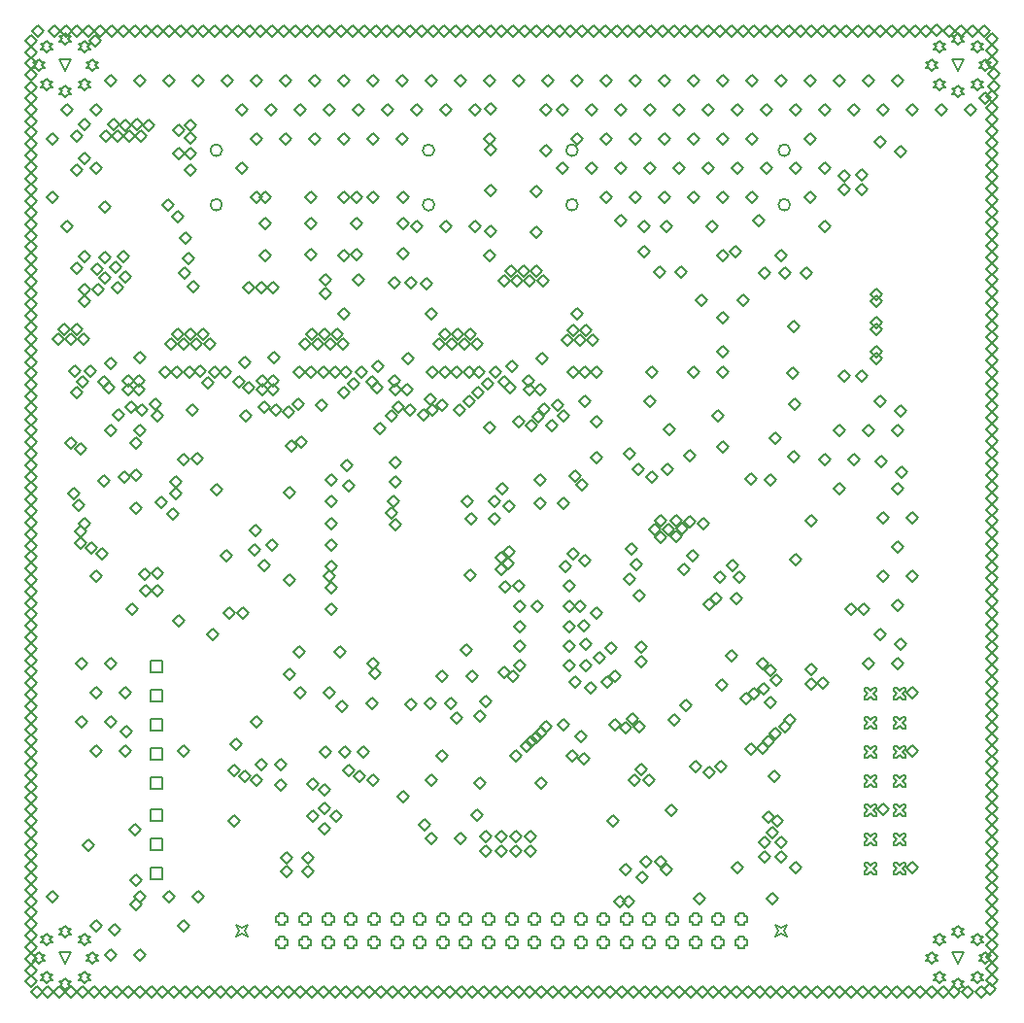
<source format=gbr>
G04*
G04 #@! TF.GenerationSoftware,Altium Limited,Altium Designer,24.1.2 (44)*
G04*
G04 Layer_Color=2752767*
%FSLAX44Y44*%
%MOMM*%
G71*
G04*
G04 #@! TF.SameCoordinates,3C3544C8-D313-44E9-BDBC-33778D0CC135*
G04*
G04*
G04 #@! TF.FilePolarity,Positive*
G04*
G01*
G75*
%ADD18C,0.1270*%
%ADD183C,0.1693*%
D18*
X423545Y142078D02*
X428625Y147158D01*
X433705Y142078D01*
X428625Y136998D01*
X423545Y142078D01*
Y129078D02*
X428625Y134158D01*
X433705Y129078D01*
X428625Y123998D01*
X423545Y129078D01*
X436545Y142078D02*
X441625Y147158D01*
X446705Y142078D01*
X441625Y136998D01*
X436545Y142078D01*
X410545D02*
X415625Y147158D01*
X420705Y142078D01*
X415625Y136998D01*
X410545Y142078D01*
Y129078D02*
X415625Y134158D01*
X420705Y129078D01*
X415625Y123998D01*
X410545Y129078D01*
X397545Y142078D02*
X402625Y147158D01*
X407705Y142078D01*
X402625Y136998D01*
X397545Y142078D01*
Y129078D02*
X402625Y134158D01*
X407705Y129078D01*
X402625Y123998D01*
X397545Y129078D01*
X436545D02*
X441625Y134158D01*
X446705Y129078D01*
X441625Y123998D01*
X436545Y129078D01*
X757620Y108720D02*
X760160D01*
X762700Y111260D01*
X765240Y108720D01*
X767780D01*
Y111260D01*
X765240Y113800D01*
X767780Y116340D01*
Y118880D01*
X765240D01*
X762700Y116340D01*
X760160Y118880D01*
X757620D01*
Y116340D01*
X760160Y113800D01*
X757620Y111260D01*
Y108720D01*
X732220D02*
X734760D01*
X737300Y111260D01*
X739840Y108720D01*
X742380D01*
Y111260D01*
X739840Y113800D01*
X742380Y116340D01*
Y118880D01*
X739840D01*
X737300Y116340D01*
X734760Y118880D01*
X732220D01*
Y116340D01*
X734760Y113800D01*
X732220Y111260D01*
Y108720D01*
X757620Y134120D02*
X760160D01*
X762700Y136660D01*
X765240Y134120D01*
X767780D01*
Y136660D01*
X765240Y139200D01*
X767780Y141740D01*
Y144280D01*
X765240D01*
X762700Y141740D01*
X760160Y144280D01*
X757620D01*
Y141740D01*
X760160Y139200D01*
X757620Y136660D01*
Y134120D01*
X732220D02*
X734760D01*
X737300Y136660D01*
X739840Y134120D01*
X742380D01*
Y136660D01*
X739840Y139200D01*
X742380Y141740D01*
Y144280D01*
X739840D01*
X737300Y141740D01*
X734760Y144280D01*
X732220D01*
Y141740D01*
X734760Y139200D01*
X732220Y136660D01*
Y134120D01*
X757620Y159520D02*
X760160D01*
X762700Y162060D01*
X765240Y159520D01*
X767780D01*
Y162060D01*
X765240Y164600D01*
X767780Y167140D01*
Y169680D01*
X765240D01*
X762700Y167140D01*
X760160Y169680D01*
X757620D01*
Y167140D01*
X760160Y164600D01*
X757620Y162060D01*
Y159520D01*
X732220D02*
X734760D01*
X737300Y162060D01*
X739840Y159520D01*
X742380D01*
Y162060D01*
X739840Y164600D01*
X742380Y167140D01*
Y169680D01*
X739840D01*
X737300Y167140D01*
X734760Y169680D01*
X732220D01*
Y167140D01*
X734760Y164600D01*
X732220Y162060D01*
Y159520D01*
Y184920D02*
X734760D01*
X737300Y187460D01*
X739840Y184920D01*
X742380D01*
Y187460D01*
X739840Y190000D01*
X742380Y192540D01*
Y195080D01*
X739840D01*
X737300Y192540D01*
X734760Y195080D01*
X732220D01*
Y192540D01*
X734760Y190000D01*
X732220Y187460D01*
Y184920D01*
Y210320D02*
X734760D01*
X737300Y212860D01*
X739840Y210320D01*
X742380D01*
Y212860D01*
X739840Y215400D01*
X742380Y217940D01*
Y220480D01*
X739840D01*
X737300Y217940D01*
X734760Y220480D01*
X732220D01*
Y217940D01*
X734760Y215400D01*
X732220Y212860D01*
Y210320D01*
X757620Y235720D02*
X760160D01*
X762700Y238260D01*
X765240Y235720D01*
X767780D01*
Y238260D01*
X765240Y240800D01*
X767780Y243340D01*
Y245880D01*
X765240D01*
X762700Y243340D01*
X760160Y245880D01*
X757620D01*
Y243340D01*
X760160Y240800D01*
X757620Y238260D01*
Y235720D01*
X732220D02*
X734760D01*
X737300Y238260D01*
X739840Y235720D01*
X742380D01*
Y238260D01*
X739840Y240800D01*
X742380Y243340D01*
Y245880D01*
X739840D01*
X737300Y243340D01*
X734760Y245880D01*
X732220D01*
Y243340D01*
X734760Y240800D01*
X732220Y238260D01*
Y235720D01*
X757620Y261120D02*
X760160D01*
X762700Y263660D01*
X765240Y261120D01*
X767780D01*
Y263660D01*
X765240Y266200D01*
X767780Y268740D01*
Y271280D01*
X765240D01*
X762700Y268740D01*
X760160Y271280D01*
X757620D01*
Y268740D01*
X760160Y266200D01*
X757620Y263660D01*
Y261120D01*
X732220D02*
X734760D01*
X737300Y263660D01*
X739840Y261120D01*
X742380D01*
Y263660D01*
X739840Y266200D01*
X742380Y268740D01*
Y271280D01*
X739840D01*
X737300Y268740D01*
X734760Y271280D01*
X732220D01*
Y268740D01*
X734760Y266200D01*
X732220Y263660D01*
Y261120D01*
X757620Y184920D02*
X760160D01*
X762700Y187460D01*
X765240Y184920D01*
X767780D01*
Y187460D01*
X765240Y190000D01*
X767780Y192540D01*
Y195080D01*
X765240D01*
X762700Y192540D01*
X760160Y195080D01*
X757620D01*
Y192540D01*
X760160Y190000D01*
X757620Y187460D01*
Y184920D01*
Y210320D02*
X760160D01*
X762700Y212860D01*
X765240Y210320D01*
X767780D01*
Y212860D01*
X765240Y215400D01*
X767780Y217940D01*
Y220480D01*
X765240D01*
X762700Y217940D01*
X760160Y220480D01*
X757620D01*
Y217940D01*
X760160Y215400D01*
X757620Y212860D01*
Y210320D01*
X622460Y47460D02*
Y44920D01*
X627540D01*
Y47460D01*
X630080D01*
Y52540D01*
X627540D01*
Y55080D01*
X622460D01*
Y52540D01*
X619920D01*
Y47460D01*
X622460D01*
Y67460D02*
Y64920D01*
X627540D01*
Y67460D01*
X630080D01*
Y72540D01*
X627540D01*
Y75080D01*
X622460D01*
Y72540D01*
X619920D01*
Y67460D01*
X622460D01*
X602460Y47460D02*
Y44920D01*
X607540D01*
Y47460D01*
X610080D01*
Y52540D01*
X607540D01*
Y55080D01*
X602460D01*
Y52540D01*
X599920D01*
Y47460D01*
X602460D01*
Y67460D02*
Y64920D01*
X607540D01*
Y67460D01*
X610080D01*
Y72540D01*
X607540D01*
Y75080D01*
X602460D01*
Y72540D01*
X599920D01*
Y67460D01*
X602460D01*
X582460Y47460D02*
Y44920D01*
X587540D01*
Y47460D01*
X590080D01*
Y52540D01*
X587540D01*
Y55080D01*
X582460D01*
Y52540D01*
X579920D01*
Y47460D01*
X582460D01*
Y67460D02*
Y64920D01*
X587540D01*
Y67460D01*
X590080D01*
Y72540D01*
X587540D01*
Y75080D01*
X582460D01*
Y72540D01*
X579920D01*
Y67460D01*
X582460D01*
X562460Y47460D02*
Y44920D01*
X567540D01*
Y47460D01*
X570080D01*
Y52540D01*
X567540D01*
Y55080D01*
X562460D01*
Y52540D01*
X559920D01*
Y47460D01*
X562460D01*
Y67460D02*
Y64920D01*
X567540D01*
Y67460D01*
X570080D01*
Y72540D01*
X567540D01*
Y75080D01*
X562460D01*
Y72540D01*
X559920D01*
Y67460D01*
X562460D01*
X542460Y47460D02*
Y44920D01*
X547540D01*
Y47460D01*
X550080D01*
Y52540D01*
X547540D01*
Y55080D01*
X542460D01*
Y52540D01*
X539920D01*
Y47460D01*
X542460D01*
Y67460D02*
Y64920D01*
X547540D01*
Y67460D01*
X550080D01*
Y72540D01*
X547540D01*
Y75080D01*
X542460D01*
Y72540D01*
X539920D01*
Y67460D01*
X542460D01*
X522460Y47460D02*
Y44920D01*
X527540D01*
Y47460D01*
X530080D01*
Y52540D01*
X527540D01*
Y55080D01*
X522460D01*
Y52540D01*
X519920D01*
Y47460D01*
X522460D01*
Y67460D02*
Y64920D01*
X527540D01*
Y67460D01*
X530080D01*
Y72540D01*
X527540D01*
Y75080D01*
X522460D01*
Y72540D01*
X519920D01*
Y67460D01*
X522460D01*
X502460Y47460D02*
Y44920D01*
X507540D01*
Y47460D01*
X510080D01*
Y52540D01*
X507540D01*
Y55080D01*
X502460D01*
Y52540D01*
X499920D01*
Y47460D01*
X502460D01*
Y67460D02*
Y64920D01*
X507540D01*
Y67460D01*
X510080D01*
Y72540D01*
X507540D01*
Y75080D01*
X502460D01*
Y72540D01*
X499920D01*
Y67460D01*
X502460D01*
X482460Y47460D02*
Y44920D01*
X487540D01*
Y47460D01*
X490080D01*
Y52540D01*
X487540D01*
Y55080D01*
X482460D01*
Y52540D01*
X479920D01*
Y47460D01*
X482460D01*
Y67460D02*
Y64920D01*
X487540D01*
Y67460D01*
X490080D01*
Y72540D01*
X487540D01*
Y75080D01*
X482460D01*
Y72540D01*
X479920D01*
Y67460D01*
X482460D01*
X462460Y47460D02*
Y44920D01*
X467540D01*
Y47460D01*
X470080D01*
Y52540D01*
X467540D01*
Y55080D01*
X462460D01*
Y52540D01*
X459920D01*
Y47460D01*
X462460D01*
Y67460D02*
Y64920D01*
X467540D01*
Y67460D01*
X470080D01*
Y72540D01*
X467540D01*
Y75080D01*
X462460D01*
Y72540D01*
X459920D01*
Y67460D01*
X462460D01*
X442460Y47460D02*
Y44920D01*
X447540D01*
Y47460D01*
X450080D01*
Y52540D01*
X447540D01*
Y55080D01*
X442460D01*
Y52540D01*
X439920D01*
Y47460D01*
X442460D01*
Y67460D02*
Y64920D01*
X447540D01*
Y67460D01*
X450080D01*
Y72540D01*
X447540D01*
Y75080D01*
X442460D01*
Y72540D01*
X439920D01*
Y67460D01*
X442460D01*
X422460Y47460D02*
Y44920D01*
X427540D01*
Y47460D01*
X430080D01*
Y52540D01*
X427540D01*
Y55080D01*
X422460D01*
Y52540D01*
X419920D01*
Y47460D01*
X422460D01*
Y67460D02*
Y64920D01*
X427540D01*
Y67460D01*
X430080D01*
Y72540D01*
X427540D01*
Y75080D01*
X422460D01*
Y72540D01*
X419920D01*
Y67460D01*
X422460D01*
X402460Y47460D02*
Y44920D01*
X407540D01*
Y47460D01*
X410080D01*
Y52540D01*
X407540D01*
Y55080D01*
X402460D01*
Y52540D01*
X399920D01*
Y47460D01*
X402460D01*
Y67460D02*
Y64920D01*
X407540D01*
Y67460D01*
X410080D01*
Y72540D01*
X407540D01*
Y75080D01*
X402460D01*
Y72540D01*
X399920D01*
Y67460D01*
X402460D01*
X382460Y47460D02*
Y44920D01*
X387540D01*
Y47460D01*
X390080D01*
Y52540D01*
X387540D01*
Y55080D01*
X382460D01*
Y52540D01*
X379920D01*
Y47460D01*
X382460D01*
Y67460D02*
Y64920D01*
X387540D01*
Y67460D01*
X390080D01*
Y72540D01*
X387540D01*
Y75080D01*
X382460D01*
Y72540D01*
X379920D01*
Y67460D01*
X382460D01*
X362460Y47460D02*
Y44920D01*
X367540D01*
Y47460D01*
X370080D01*
Y52540D01*
X367540D01*
Y55080D01*
X362460D01*
Y52540D01*
X359920D01*
Y47460D01*
X362460D01*
Y67460D02*
Y64920D01*
X367540D01*
Y67460D01*
X370080D01*
Y72540D01*
X367540D01*
Y75080D01*
X362460D01*
Y72540D01*
X359920D01*
Y67460D01*
X362460D01*
X342460Y47460D02*
Y44920D01*
X347540D01*
Y47460D01*
X350080D01*
Y52540D01*
X347540D01*
Y55080D01*
X342460D01*
Y52540D01*
X339920D01*
Y47460D01*
X342460D01*
Y67460D02*
Y64920D01*
X347540D01*
Y67460D01*
X350080D01*
Y72540D01*
X347540D01*
Y75080D01*
X342460D01*
Y72540D01*
X339920D01*
Y67460D01*
X342460D01*
X322460Y47460D02*
Y44920D01*
X327540D01*
Y47460D01*
X330080D01*
Y52540D01*
X327540D01*
Y55080D01*
X322460D01*
Y52540D01*
X319920D01*
Y47460D01*
X322460D01*
Y67460D02*
Y64920D01*
X327540D01*
Y67460D01*
X330080D01*
Y72540D01*
X327540D01*
Y75080D01*
X322460D01*
Y72540D01*
X319920D01*
Y67460D01*
X322460D01*
X302460Y47460D02*
Y44920D01*
X307540D01*
Y47460D01*
X310080D01*
Y52540D01*
X307540D01*
Y55080D01*
X302460D01*
Y52540D01*
X299920D01*
Y47460D01*
X302460D01*
Y67460D02*
Y64920D01*
X307540D01*
Y67460D01*
X310080D01*
Y72540D01*
X307540D01*
Y75080D01*
X302460D01*
Y72540D01*
X299920D01*
Y67460D01*
X302460D01*
X282460Y47460D02*
Y44920D01*
X287540D01*
Y47460D01*
X290080D01*
Y52540D01*
X287540D01*
Y55080D01*
X282460D01*
Y52540D01*
X279920D01*
Y47460D01*
X282460D01*
Y67460D02*
Y64920D01*
X287540D01*
Y67460D01*
X290080D01*
Y72540D01*
X287540D01*
Y75080D01*
X282460D01*
Y72540D01*
X279920D01*
Y67460D01*
X282460D01*
X262460Y47460D02*
Y44920D01*
X267540D01*
Y47460D01*
X270080D01*
Y52540D01*
X267540D01*
Y55080D01*
X262460D01*
Y52540D01*
X259920D01*
Y47460D01*
X262460D01*
Y67460D02*
Y64920D01*
X267540D01*
Y67460D01*
X270080D01*
Y72540D01*
X267540D01*
Y75080D01*
X262460D01*
Y72540D01*
X259920D01*
Y67460D01*
X262460D01*
X242460Y47460D02*
Y44920D01*
X247540D01*
Y47460D01*
X250080D01*
Y52540D01*
X247540D01*
Y55080D01*
X242460D01*
Y52540D01*
X239920D01*
Y47460D01*
X242460D01*
Y67460D02*
Y64920D01*
X247540D01*
Y67460D01*
X250080D01*
Y72540D01*
X247540D01*
Y75080D01*
X242460D01*
Y72540D01*
X239920D01*
Y67460D01*
X242460D01*
X222460Y47460D02*
Y44920D01*
X227540D01*
Y47460D01*
X230080D01*
Y52540D01*
X227540D01*
Y55080D01*
X222460D01*
Y52540D01*
X219920D01*
Y47460D01*
X222460D01*
Y67460D02*
Y64920D01*
X227540D01*
Y67460D01*
X230080D01*
Y72540D01*
X227540D01*
Y75080D01*
X222460D01*
Y72540D01*
X219920D01*
Y67460D01*
X222460D01*
X184920Y54920D02*
X187460Y60000D01*
X184920Y65080D01*
X190000Y62540D01*
X195080Y65080D01*
X192540Y60000D01*
X195080Y54920D01*
X190000Y57460D01*
X184920Y54920D01*
X654920D02*
X657460Y60000D01*
X654920Y65080D01*
X660000Y62540D01*
X665080Y65080D01*
X662540Y60000D01*
X665080Y54920D01*
X660000Y57460D01*
X654920Y54920D01*
X19560Y47360D02*
X22100Y49900D01*
X24640D01*
X22100Y52440D01*
X24640Y54980D01*
X22100D01*
X19560Y57520D01*
X17020Y54980D01*
X14480D01*
X17020Y52440D01*
X14480Y49900D01*
X17020D01*
X19560Y47360D01*
X52440Y14480D02*
X54980Y17020D01*
X57520D01*
X54980Y19560D01*
X57520Y22100D01*
X54980D01*
X52440Y24640D01*
X49900Y22100D01*
X47360D01*
X49900Y19560D01*
X47360Y17020D01*
X49900D01*
X52440Y14480D01*
X19560D02*
X22100Y17020D01*
X24640D01*
X22100Y19560D01*
X24640Y22100D01*
X22100D01*
X19560Y24640D01*
X17020Y22100D01*
X14480D01*
X17020Y19560D01*
X14480Y17020D01*
X17020D01*
X19560Y14480D01*
X52440Y47360D02*
X54980Y49900D01*
X57520D01*
X54980Y52440D01*
X57520Y54980D01*
X54980D01*
X52440Y57520D01*
X49900Y54980D01*
X47360D01*
X49900Y52440D01*
X47360Y49900D01*
X49900D01*
X52440Y47360D01*
X59250Y30920D02*
X61790Y33460D01*
X64330D01*
X61790Y36000D01*
X64330Y38540D01*
X61790D01*
X59250Y41080D01*
X56710Y38540D01*
X54170D01*
X56710Y36000D01*
X54170Y33460D01*
X56710D01*
X59250Y30920D01*
X36000Y8060D02*
X38540Y10600D01*
X41080D01*
X38540Y13140D01*
X41080Y15680D01*
X38540D01*
X36000Y18220D01*
X33460Y15680D01*
X30920D01*
X33460Y13140D01*
X30920Y10600D01*
X33460D01*
X36000Y8060D01*
X12750Y30920D02*
X15290Y33460D01*
X17830D01*
X15290Y36000D01*
X17830Y38540D01*
X15290D01*
X12750Y41080D01*
X10210Y38540D01*
X7670D01*
X10210Y36000D01*
X7670Y33460D01*
X10210D01*
X12750Y30920D01*
X36000Y54170D02*
X38540Y56710D01*
X41080D01*
X38540Y59250D01*
X41080Y61790D01*
X38540D01*
X36000Y64330D01*
X33460Y61790D01*
X30920D01*
X33460Y59250D01*
X30920Y56710D01*
X33460D01*
X36000Y54170D01*
Y30920D02*
X30920Y41080D01*
X41080D01*
X36000Y30920D01*
X19560Y825360D02*
X22100Y827900D01*
X24640D01*
X22100Y830440D01*
X24640Y832980D01*
X22100D01*
X19560Y835520D01*
X17020Y832980D01*
X14480D01*
X17020Y830440D01*
X14480Y827900D01*
X17020D01*
X19560Y825360D01*
X52440Y792480D02*
X54980Y795020D01*
X57520D01*
X54980Y797560D01*
X57520Y800100D01*
X54980D01*
X52440Y802640D01*
X49900Y800100D01*
X47360D01*
X49900Y797560D01*
X47360Y795020D01*
X49900D01*
X52440Y792480D01*
X19560D02*
X22100Y795020D01*
X24640D01*
X22100Y797560D01*
X24640Y800100D01*
X22100D01*
X19560Y802640D01*
X17020Y800100D01*
X14480D01*
X17020Y797560D01*
X14480Y795020D01*
X17020D01*
X19560Y792480D01*
X52440Y825360D02*
X54980Y827900D01*
X57520D01*
X54980Y830440D01*
X57520Y832980D01*
X54980D01*
X52440Y835520D01*
X49900Y832980D01*
X47360D01*
X49900Y830440D01*
X47360Y827900D01*
X49900D01*
X52440Y825360D01*
X59250Y808920D02*
X61790Y811460D01*
X64330D01*
X61790Y814000D01*
X64330Y816540D01*
X61790D01*
X59250Y819080D01*
X56710Y816540D01*
X54170D01*
X56710Y814000D01*
X54170Y811460D01*
X56710D01*
X59250Y808920D01*
X36000Y786060D02*
X38540Y788600D01*
X41080D01*
X38540Y791140D01*
X41080Y793680D01*
X38540D01*
X36000Y796220D01*
X33460Y793680D01*
X30920D01*
X33460Y791140D01*
X30920Y788600D01*
X33460D01*
X36000Y786060D01*
X12750Y808920D02*
X15290Y811460D01*
X17830D01*
X15290Y814000D01*
X17830Y816540D01*
X15290D01*
X12750Y819080D01*
X10210Y816540D01*
X7670D01*
X10210Y814000D01*
X7670Y811460D01*
X10210D01*
X12750Y808920D01*
X36000Y832170D02*
X38540Y834710D01*
X41080D01*
X38540Y837250D01*
X41080Y839790D01*
X38540D01*
X36000Y842330D01*
X33460Y839790D01*
X30920D01*
X33460Y837250D01*
X30920Y834710D01*
X33460D01*
X36000Y832170D01*
Y808920D02*
X30920Y819080D01*
X41080D01*
X36000Y808920D01*
X797560Y825360D02*
X800100Y827900D01*
X802640D01*
X800100Y830440D01*
X802640Y832980D01*
X800100D01*
X797560Y835520D01*
X795020Y832980D01*
X792480D01*
X795020Y830440D01*
X792480Y827900D01*
X795020D01*
X797560Y825360D01*
X830440Y792480D02*
X832980Y795020D01*
X835520D01*
X832980Y797560D01*
X835520Y800100D01*
X832980D01*
X830440Y802640D01*
X827900Y800100D01*
X825360D01*
X827900Y797560D01*
X825360Y795020D01*
X827900D01*
X830440Y792480D01*
X797560D02*
X800100Y795020D01*
X802640D01*
X800100Y797560D01*
X802640Y800100D01*
X800100D01*
X797560Y802640D01*
X795020Y800100D01*
X792480D01*
X795020Y797560D01*
X792480Y795020D01*
X795020D01*
X797560Y792480D01*
X830440Y825360D02*
X832980Y827900D01*
X835520D01*
X832980Y830440D01*
X835520Y832980D01*
X832980D01*
X830440Y835520D01*
X827900Y832980D01*
X825360D01*
X827900Y830440D01*
X825360Y827900D01*
X827900D01*
X830440Y825360D01*
X837250Y808920D02*
X839790Y811460D01*
X842330D01*
X839790Y814000D01*
X842330Y816540D01*
X839790D01*
X837250Y819080D01*
X834710Y816540D01*
X832170D01*
X834710Y814000D01*
X832170Y811460D01*
X834710D01*
X837250Y808920D01*
X814000Y786060D02*
X816540Y788600D01*
X819080D01*
X816540Y791140D01*
X819080Y793680D01*
X816540D01*
X814000Y796220D01*
X811460Y793680D01*
X808920D01*
X811460Y791140D01*
X808920Y788600D01*
X811460D01*
X814000Y786060D01*
X790750Y808920D02*
X793290Y811460D01*
X795830D01*
X793290Y814000D01*
X795830Y816540D01*
X793290D01*
X790750Y819080D01*
X788210Y816540D01*
X785670D01*
X788210Y814000D01*
X785670Y811460D01*
X788210D01*
X790750Y808920D01*
X814000Y832170D02*
X816540Y834710D01*
X819080D01*
X816540Y837250D01*
X819080Y839790D01*
X816540D01*
X814000Y842330D01*
X811460Y839790D01*
X808920D01*
X811460Y837250D01*
X808920Y834710D01*
X811460D01*
X814000Y832170D01*
Y808920D02*
X808920Y819080D01*
X819080D01*
X814000Y808920D01*
X797560Y47360D02*
X800100Y49900D01*
X802640D01*
X800100Y52440D01*
X802640Y54980D01*
X800100D01*
X797560Y57520D01*
X795020Y54980D01*
X792480D01*
X795020Y52440D01*
X792480Y49900D01*
X795020D01*
X797560Y47360D01*
X830440Y14480D02*
X832980Y17020D01*
X835520D01*
X832980Y19560D01*
X835520Y22100D01*
X832980D01*
X830440Y24640D01*
X827900Y22100D01*
X825360D01*
X827900Y19560D01*
X825360Y17020D01*
X827900D01*
X830440Y14480D01*
X797560D02*
X800100Y17020D01*
X802640D01*
X800100Y19560D01*
X802640Y22100D01*
X800100D01*
X797560Y24640D01*
X795020Y22100D01*
X792480D01*
X795020Y19560D01*
X792480Y17020D01*
X795020D01*
X797560Y14480D01*
X830440Y47360D02*
X832980Y49900D01*
X835520D01*
X832980Y52440D01*
X835520Y54980D01*
X832980D01*
X830440Y57520D01*
X827900Y54980D01*
X825360D01*
X827900Y52440D01*
X825360Y49900D01*
X827900D01*
X830440Y47360D01*
X837250Y30920D02*
X839790Y33460D01*
X842330D01*
X839790Y36000D01*
X842330Y38540D01*
X839790D01*
X837250Y41080D01*
X834710Y38540D01*
X832170D01*
X834710Y36000D01*
X832170Y33460D01*
X834710D01*
X837250Y30920D01*
X814000Y8060D02*
X816540Y10600D01*
X819080D01*
X816540Y13140D01*
X819080Y15680D01*
X816540D01*
X814000Y18220D01*
X811460Y15680D01*
X808920D01*
X811460Y13140D01*
X808920Y10600D01*
X811460D01*
X814000Y8060D01*
X790750Y30920D02*
X793290Y33460D01*
X795830D01*
X793290Y36000D01*
X795830Y38540D01*
X793290D01*
X790750Y41080D01*
X788210Y38540D01*
X785670D01*
X788210Y36000D01*
X785670Y33460D01*
X788210D01*
X790750Y30920D01*
X814000Y54170D02*
X816540Y56710D01*
X819080D01*
X816540Y59250D01*
X819080Y61790D01*
X816540D01*
X814000Y64330D01*
X811460Y61790D01*
X808920D01*
X811460Y59250D01*
X808920Y56710D01*
X811460D01*
X814000Y54170D01*
Y30920D02*
X808920Y41080D01*
X819080D01*
X814000Y30920D01*
X110236Y104648D02*
Y114808D01*
X120396D01*
Y104648D01*
X110236D01*
Y130048D02*
Y140208D01*
X120396D01*
Y130048D01*
X110236D01*
Y155448D02*
Y165608D01*
X120396D01*
Y155448D01*
X110236D01*
Y183436D02*
Y193596D01*
X120396D01*
Y183436D01*
X110236D01*
Y208836D02*
Y218996D01*
X120396D01*
Y208836D01*
X110236D01*
Y234236D02*
Y244396D01*
X120396D01*
Y234236D01*
X110236D01*
Y259636D02*
Y269796D01*
X120396D01*
Y259636D01*
X110236D01*
Y285036D02*
Y295196D01*
X120396D01*
Y285036D01*
X110236D01*
X680720Y417484D02*
X685800Y422564D01*
X690880Y417484D01*
X685800Y412404D01*
X680720Y417484D01*
X615327Y349602D02*
X620407Y354682D01*
X625487Y349602D01*
X620407Y344522D01*
X615327Y349602D01*
X611375Y299628D02*
X616455Y304708D01*
X621535Y299628D01*
X616455Y294548D01*
X611375Y299628D01*
X591961Y197657D02*
X597041Y202737D01*
X602121Y197657D01*
X597041Y192577D01*
X591961Y197657D01*
X602409Y203289D02*
X607489Y208369D01*
X612569Y203289D01*
X607489Y198209D01*
X602409Y203289D01*
X579935D02*
X585014Y208369D01*
X590094Y203289D01*
X585014Y198209D01*
X579935Y203289D01*
X820106Y775582D02*
X825186Y780662D01*
X830266Y775582D01*
X825186Y770502D01*
X820106Y775582D01*
X794706D02*
X799786Y780662D01*
X804866Y775582D01*
X799786Y770502D01*
X794706Y775582D01*
X756606Y800982D02*
X761686Y806062D01*
X766766Y800982D01*
X761686Y795902D01*
X756606Y800982D01*
X769306Y775582D02*
X774386Y780662D01*
X779466Y775582D01*
X774386Y770502D01*
X769306Y775582D01*
X756606Y496182D02*
X761686Y501262D01*
X766766Y496182D01*
X761686Y491102D01*
X756606Y496182D01*
Y445382D02*
X761686Y450462D01*
X766766Y445382D01*
X761686Y440302D01*
X756606Y445382D01*
X769306Y419982D02*
X774386Y425062D01*
X779466Y419982D01*
X774386Y414902D01*
X769306Y419982D01*
X756606Y394582D02*
X761686Y399662D01*
X766766Y394582D01*
X761686Y389502D01*
X756606Y394582D01*
X769306Y369182D02*
X774386Y374262D01*
X779466Y369182D01*
X774386Y364102D01*
X769306Y369182D01*
X756606Y343782D02*
X761686Y348862D01*
X766766Y343782D01*
X761686Y338702D01*
X756606Y343782D01*
Y292982D02*
X761686Y298062D01*
X766766Y292982D01*
X761686Y287902D01*
X756606Y292982D01*
X769306Y267582D02*
X774386Y272662D01*
X779466Y267582D01*
X774386Y262502D01*
X769306Y267582D01*
Y216782D02*
X774386Y221862D01*
X779466Y216782D01*
X774386Y211702D01*
X769306Y216782D01*
Y115182D02*
X774386Y120262D01*
X779466Y115182D01*
X774386Y110102D01*
X769306Y115182D01*
X731206Y800982D02*
X736286Y806062D01*
X741366Y800982D01*
X736286Y795902D01*
X731206Y800982D01*
X743906Y775582D02*
X748986Y780662D01*
X754066Y775582D01*
X748986Y770502D01*
X743906Y775582D01*
X731206Y496182D02*
X736286Y501262D01*
X741366Y496182D01*
X736286Y491102D01*
X731206Y496182D01*
X743906Y419982D02*
X748986Y425062D01*
X754066Y419982D01*
X748986Y414902D01*
X743906Y419982D01*
Y369182D02*
X748986Y374262D01*
X754066Y369182D01*
X748986Y364102D01*
X743906Y369182D01*
X731206Y292982D02*
X736286Y298062D01*
X741366Y292982D01*
X736286Y287902D01*
X731206Y292982D01*
X743906Y165982D02*
X748986Y171062D01*
X754066Y165982D01*
X748986Y160902D01*
X743906Y165982D01*
X705806Y800982D02*
X710886Y806062D01*
X715966Y800982D01*
X710886Y795902D01*
X705806Y800982D01*
X718506Y775582D02*
X723586Y780662D01*
X728666Y775582D01*
X723586Y770502D01*
X718506Y775582D01*
X705806Y496182D02*
X710886Y501262D01*
X715966Y496182D01*
X710886Y491102D01*
X705806Y496182D01*
X718506Y470782D02*
X723586Y475862D01*
X728666Y470782D01*
X723586Y465702D01*
X718506Y470782D01*
X705806Y445382D02*
X710886Y450462D01*
X715966Y445382D01*
X710886Y440302D01*
X705806Y445382D01*
X680406Y800982D02*
X685486Y806062D01*
X690566Y800982D01*
X685486Y795902D01*
X680406Y800982D01*
X693106Y775582D02*
X698186Y780662D01*
X703266Y775582D01*
X698186Y770502D01*
X693106Y775582D01*
X680406Y750182D02*
X685486Y755262D01*
X690566Y750182D01*
X685486Y745102D01*
X680406Y750182D01*
X693106Y724782D02*
X698186Y729862D01*
X703266Y724782D01*
X698186Y719702D01*
X693106Y724782D01*
X680406Y699382D02*
X685486Y704462D01*
X690566Y699382D01*
X685486Y694302D01*
X680406Y699382D01*
X693106Y673982D02*
X698186Y679062D01*
X703266Y673982D01*
X698186Y668902D01*
X693106Y673982D01*
Y470782D02*
X698186Y475862D01*
X703266Y470782D01*
X698186Y465702D01*
X693106Y470782D01*
X655006Y800982D02*
X660086Y806062D01*
X665166Y800982D01*
X660086Y795902D01*
X655006Y800982D01*
X667706Y775582D02*
X672786Y780662D01*
X677866Y775582D01*
X672786Y770502D01*
X667706Y775582D01*
Y724782D02*
X672786Y729862D01*
X677866Y724782D01*
X672786Y719702D01*
X667706Y724782D01*
X655006Y648582D02*
X660086Y653662D01*
X665166Y648582D01*
X660086Y643502D01*
X655006Y648582D01*
X667706Y115182D02*
X672786Y120262D01*
X677866Y115182D01*
X672786Y110102D01*
X667706Y115182D01*
X629606Y800982D02*
X634686Y806062D01*
X639766Y800982D01*
X634686Y795902D01*
X629606Y800982D01*
X642306Y775582D02*
X647386Y780662D01*
X652466Y775582D01*
X647386Y770502D01*
X642306Y775582D01*
X629606Y750182D02*
X634686Y755262D01*
X639766Y750182D01*
X634686Y745102D01*
X629606Y750182D01*
X642306Y724782D02*
X647386Y729862D01*
X652466Y724782D01*
X647386Y719702D01*
X642306Y724782D01*
X629606Y699382D02*
X634686Y704462D01*
X639766Y699382D01*
X634686Y694302D01*
X629606Y699382D01*
X604206Y800982D02*
X609286Y806062D01*
X614366Y800982D01*
X609286Y795902D01*
X604206Y800982D01*
X616906Y775582D02*
X621986Y780662D01*
X627066Y775582D01*
X621986Y770502D01*
X616906Y775582D01*
X604206Y750182D02*
X609286Y755262D01*
X614366Y750182D01*
X609286Y745102D01*
X604206Y750182D01*
X616906Y724782D02*
X621986Y729862D01*
X627066Y724782D01*
X621986Y719702D01*
X616906Y724782D01*
X604206Y699382D02*
X609286Y704462D01*
X614366Y699382D01*
X609286Y694302D01*
X604206Y699382D01*
Y648582D02*
X609286Y653662D01*
X614366Y648582D01*
X609286Y643502D01*
X604206Y648582D01*
Y546982D02*
X609286Y552062D01*
X614366Y546982D01*
X609286Y541902D01*
X604206Y546982D01*
X616906Y115182D02*
X621986Y120262D01*
X627066Y115182D01*
X621986Y110102D01*
X616906Y115182D01*
X578806Y800982D02*
X583886Y806062D01*
X588966Y800982D01*
X583886Y795902D01*
X578806Y800982D01*
X591506Y775582D02*
X596586Y780662D01*
X601666Y775582D01*
X596586Y770502D01*
X591506Y775582D01*
X578806Y750182D02*
X583886Y755262D01*
X588966Y750182D01*
X583886Y745102D01*
X578806Y750182D01*
X591506Y724782D02*
X596586Y729862D01*
X601666Y724782D01*
X596586Y719702D01*
X591506Y724782D01*
X578806Y699382D02*
X583886Y704462D01*
X588966Y699382D01*
X583886Y694302D01*
X578806Y699382D01*
Y546982D02*
X583886Y552062D01*
X588966Y546982D01*
X583886Y541902D01*
X578806Y546982D01*
X553406Y800982D02*
X558486Y806062D01*
X563566Y800982D01*
X558486Y795902D01*
X553406Y800982D01*
X566106Y775582D02*
X571186Y780662D01*
X576266Y775582D01*
X571186Y770502D01*
X566106Y775582D01*
X553406Y750182D02*
X558486Y755262D01*
X563566Y750182D01*
X558486Y745102D01*
X553406Y750182D01*
X566106Y724782D02*
X571186Y729862D01*
X576266Y724782D01*
X571186Y719702D01*
X566106Y724782D01*
X553406Y699382D02*
X558486Y704462D01*
X563566Y699382D01*
X558486Y694302D01*
X553406Y699382D01*
X528006Y800982D02*
X533086Y806062D01*
X538166Y800982D01*
X533086Y795902D01*
X528006Y800982D01*
X540706Y775582D02*
X545786Y780662D01*
X550866Y775582D01*
X545786Y770502D01*
X540706Y775582D01*
X528006Y750182D02*
X533086Y755262D01*
X538166Y750182D01*
X533086Y745102D01*
X528006Y750182D01*
X540706Y724782D02*
X545786Y729862D01*
X550866Y724782D01*
X545786Y719702D01*
X540706Y724782D01*
X528006Y699382D02*
X533086Y704462D01*
X538166Y699382D01*
X533086Y694302D01*
X528006Y699382D01*
X540706Y521582D02*
X545786Y526662D01*
X550866Y521582D01*
X545786Y516502D01*
X540706Y521582D01*
X502606Y800982D02*
X507686Y806062D01*
X512766Y800982D01*
X507686Y795902D01*
X502606Y800982D01*
X515306Y775582D02*
X520386Y780662D01*
X525466Y775582D01*
X520386Y770502D01*
X515306Y775582D01*
X502606Y750182D02*
X507686Y755262D01*
X512766Y750182D01*
X507686Y745102D01*
X502606Y750182D01*
X515306Y724782D02*
X520386Y729862D01*
X525466Y724782D01*
X520386Y719702D01*
X515306Y724782D01*
X502606Y699382D02*
X507686Y704462D01*
X512766Y699382D01*
X507686Y694302D01*
X502606Y699382D01*
X477206Y800982D02*
X482286Y806062D01*
X487366Y800982D01*
X482286Y795902D01*
X477206Y800982D01*
X489906Y775582D02*
X494986Y780662D01*
X500066Y775582D01*
X494986Y770502D01*
X489906Y775582D01*
X477206Y750182D02*
X482286Y755262D01*
X487366Y750182D01*
X482286Y745102D01*
X477206Y750182D01*
X489906Y724782D02*
X494986Y729862D01*
X500066Y724782D01*
X494986Y719702D01*
X489906Y724782D01*
X477206Y597782D02*
X482286Y602862D01*
X487366Y597782D01*
X482286Y592702D01*
X477206Y597782D01*
X451806Y800982D02*
X456886Y806062D01*
X461966Y800982D01*
X456886Y795902D01*
X451806Y800982D01*
X464506Y775582D02*
X469586Y780662D01*
X474666Y775582D01*
X469586Y770502D01*
X464506Y775582D01*
Y724782D02*
X469586Y729862D01*
X474666Y724782D01*
X469586Y719702D01*
X464506Y724782D01*
X426406Y800982D02*
X431486Y806062D01*
X436566Y800982D01*
X431486Y795902D01*
X426406Y800982D01*
X401006D02*
X406086Y806062D01*
X411166Y800982D01*
X406086Y795902D01*
X401006Y800982D01*
Y750182D02*
X406086Y755262D01*
X411166Y750182D01*
X406086Y745102D01*
X401006Y750182D01*
Y648582D02*
X406086Y653662D01*
X411166Y648582D01*
X406086Y643502D01*
X401006Y648582D01*
X375606Y800982D02*
X380686Y806062D01*
X385766Y800982D01*
X380686Y795902D01*
X375606Y800982D01*
X388306Y775582D02*
X393386Y780662D01*
X398466Y775582D01*
X393386Y770502D01*
X388306Y775582D01*
Y673982D02*
X393386Y679062D01*
X398466Y673982D01*
X393386Y668902D01*
X388306Y673982D01*
X375606Y140582D02*
X380686Y145662D01*
X385766Y140582D01*
X380686Y135502D01*
X375606Y140582D01*
X350206Y800982D02*
X355286Y806062D01*
X360366Y800982D01*
X355286Y795902D01*
X350206Y800982D01*
X362906Y775582D02*
X367986Y780662D01*
X373066Y775582D01*
X367986Y770502D01*
X362906Y775582D01*
Y673982D02*
X367986Y679062D01*
X373066Y673982D01*
X367986Y668902D01*
X362906Y673982D01*
X350206Y597782D02*
X355286Y602862D01*
X360366Y597782D01*
X355286Y592702D01*
X350206Y597782D01*
Y191382D02*
X355286Y196462D01*
X360366Y191382D01*
X355286Y186302D01*
X350206Y191382D01*
Y140582D02*
X355286Y145662D01*
X360366Y140582D01*
X355286Y135502D01*
X350206Y140582D01*
X324806Y800982D02*
X329886Y806062D01*
X334966Y800982D01*
X329886Y795902D01*
X324806Y800982D01*
X337506Y775582D02*
X342586Y780662D01*
X347666Y775582D01*
X342586Y770502D01*
X337506Y775582D01*
X324806Y750182D02*
X329886Y755262D01*
X334966Y750182D01*
X329886Y745102D01*
X324806Y750182D01*
X337506Y673982D02*
X342586Y679062D01*
X347666Y673982D01*
X342586Y668902D01*
X337506Y673982D01*
X299406Y800982D02*
X304486Y806062D01*
X309566Y800982D01*
X304486Y795902D01*
X299406Y800982D01*
X312106Y775582D02*
X317186Y780662D01*
X322266Y775582D01*
X317186Y770502D01*
X312106Y775582D01*
X299406Y750182D02*
X304486Y755262D01*
X309566Y750182D01*
X304486Y745102D01*
X299406Y750182D01*
Y699382D02*
X304486Y704462D01*
X309566Y699382D01*
X304486Y694302D01*
X299406Y699382D01*
Y292982D02*
X304486Y298062D01*
X309566Y292982D01*
X304486Y287902D01*
X299406Y292982D01*
Y191382D02*
X304486Y196462D01*
X309566Y191382D01*
X304486Y186302D01*
X299406Y191382D01*
X274006Y800982D02*
X279086Y806062D01*
X284166Y800982D01*
X279086Y795902D01*
X274006Y800982D01*
X286706Y775582D02*
X291786Y780662D01*
X296866Y775582D01*
X291786Y770502D01*
X286706Y775582D01*
X274006Y750182D02*
X279086Y755262D01*
X284166Y750182D01*
X279086Y745102D01*
X274006Y750182D01*
Y699382D02*
X279086Y704462D01*
X284166Y699382D01*
X279086Y694302D01*
X274006Y699382D01*
Y648582D02*
X279086Y653662D01*
X284166Y648582D01*
X279086Y643502D01*
X274006Y648582D01*
Y597782D02*
X279086Y602862D01*
X284166Y597782D01*
X279086Y592702D01*
X274006Y597782D01*
X248606Y800982D02*
X253686Y806062D01*
X258766Y800982D01*
X253686Y795902D01*
X248606Y800982D01*
X261306Y775582D02*
X266386Y780662D01*
X271466Y775582D01*
X266386Y770502D01*
X261306Y775582D01*
X248606Y750182D02*
X253686Y755262D01*
X258766Y750182D01*
X253686Y745102D01*
X248606Y750182D01*
X261306Y369182D02*
X266386Y374262D01*
X271466Y369182D01*
X266386Y364102D01*
X261306Y369182D01*
Y267582D02*
X266386Y272662D01*
X271466Y267582D01*
X266386Y262502D01*
X261306Y267582D01*
X223206Y800982D02*
X228286Y806062D01*
X233366Y800982D01*
X228286Y795902D01*
X223206Y800982D01*
X235906Y775582D02*
X240986Y780662D01*
X246066Y775582D01*
X240986Y770502D01*
X235906Y775582D01*
X223206Y750182D02*
X228286Y755262D01*
X233366Y750182D01*
X228286Y745102D01*
X223206Y750182D01*
X235906Y267582D02*
X240986Y272662D01*
X246066Y267582D01*
X240986Y262502D01*
X235906Y267582D01*
X197806Y800982D02*
X202886Y806062D01*
X207966Y800982D01*
X202886Y795902D01*
X197806Y800982D01*
X210506Y775582D02*
X215586Y780662D01*
X220666Y775582D01*
X215586Y770502D01*
X210506Y775582D01*
X197806Y750182D02*
X202886Y755262D01*
X207966Y750182D01*
X202886Y745102D01*
X197806Y750182D01*
Y699382D02*
X202886Y704462D01*
X207966Y699382D01*
X202886Y694302D01*
X197806Y699382D01*
Y242182D02*
X202886Y247262D01*
X207966Y242182D01*
X202886Y237102D01*
X197806Y242182D01*
Y191382D02*
X202886Y196462D01*
X207966Y191382D01*
X202886Y186302D01*
X197806Y191382D01*
X172406Y800982D02*
X177486Y806062D01*
X182566Y800982D01*
X177486Y795902D01*
X172406Y800982D01*
X185106Y775582D02*
X190186Y780662D01*
X195266Y775582D01*
X190186Y770502D01*
X185106Y775582D01*
Y724782D02*
X190186Y729862D01*
X195266Y724782D01*
X190186Y719702D01*
X185106Y724782D01*
X147006Y800982D02*
X152086Y806062D01*
X157166Y800982D01*
X152086Y795902D01*
X147006Y800982D01*
X159706Y318382D02*
X164786Y323462D01*
X169866Y318382D01*
X164786Y313302D01*
X159706Y318382D01*
X147006Y89782D02*
X152086Y94862D01*
X157166Y89782D01*
X152086Y84702D01*
X147006Y89782D01*
X121606Y800982D02*
X126686Y806062D01*
X131766Y800982D01*
X126686Y795902D01*
X121606Y800982D01*
X134306Y470782D02*
X139386Y475862D01*
X144466Y470782D01*
X139386Y465702D01*
X134306Y470782D01*
Y216782D02*
X139386Y221862D01*
X144466Y216782D01*
X139386Y211702D01*
X134306Y216782D01*
X121606Y89782D02*
X126686Y94862D01*
X131766Y89782D01*
X126686Y84702D01*
X121606Y89782D01*
X134306Y64382D02*
X139386Y69462D01*
X144466Y64382D01*
X139386Y59302D01*
X134306Y64382D01*
X96206Y800982D02*
X101286Y806062D01*
X106366Y800982D01*
X101286Y795902D01*
X96206Y800982D01*
Y496182D02*
X101286Y501262D01*
X106366Y496182D01*
X101286Y491102D01*
X96206Y496182D01*
Y89782D02*
X101286Y94862D01*
X106366Y89782D01*
X101286Y84702D01*
X96206Y89782D01*
Y38982D02*
X101286Y44062D01*
X106366Y38982D01*
X101286Y33902D01*
X96206Y38982D01*
X70806Y800982D02*
X75886Y806062D01*
X80966Y800982D01*
X75886Y795902D01*
X70806Y800982D01*
Y496182D02*
X75886Y501262D01*
X80966Y496182D01*
X75886Y491102D01*
X70806Y496182D01*
Y292982D02*
X75886Y298062D01*
X80966Y292982D01*
X75886Y287902D01*
X70806Y292982D01*
X83506Y267582D02*
X88586Y272662D01*
X93666Y267582D01*
X88586Y262502D01*
X83506Y267582D01*
X70806Y242182D02*
X75886Y247262D01*
X80966Y242182D01*
X75886Y237102D01*
X70806Y242182D01*
X83506Y216782D02*
X88586Y221862D01*
X93666Y216782D01*
X88586Y211702D01*
X83506Y216782D01*
X70806Y38982D02*
X75886Y44062D01*
X80966Y38982D01*
X75886Y33902D01*
X70806Y38982D01*
X58106Y775582D02*
X63186Y780662D01*
X68266Y775582D01*
X63186Y770502D01*
X58106Y775582D01*
Y724782D02*
X63186Y729862D01*
X68266Y724782D01*
X63186Y719702D01*
X58106Y724782D01*
Y369182D02*
X63186Y374262D01*
X68266Y369182D01*
X63186Y364102D01*
X58106Y369182D01*
X45406Y292982D02*
X50486Y298062D01*
X55566Y292982D01*
X50486Y287902D01*
X45406Y292982D01*
X58106Y267582D02*
X63186Y272662D01*
X68266Y267582D01*
X63186Y262502D01*
X58106Y267582D01*
X45406Y242182D02*
X50486Y247262D01*
X55566Y242182D01*
X50486Y237102D01*
X45406Y242182D01*
X58106Y216782D02*
X63186Y221862D01*
X68266Y216782D01*
X63186Y211702D01*
X58106Y216782D01*
Y64382D02*
X63186Y69462D01*
X68266Y64382D01*
X63186Y59302D01*
X58106Y64382D01*
X32706Y775582D02*
X37786Y780662D01*
X42866Y775582D01*
X37786Y770502D01*
X32706Y775582D01*
X20006Y750182D02*
X25086Y755262D01*
X30166Y750182D01*
X25086Y745102D01*
X20006Y750182D01*
Y699382D02*
X25086Y704462D01*
X30166Y699382D01*
X25086Y694302D01*
X20006Y699382D01*
X32706Y673982D02*
X37786Y679062D01*
X42866Y673982D01*
X37786Y668902D01*
X32706Y673982D01*
X20006Y89782D02*
X25086Y94862D01*
X30166Y89782D01*
X25086Y84702D01*
X20006Y89782D01*
X502757Y276623D02*
X507837Y281702D01*
X512917Y276623D01*
X507837Y271542D01*
X502757Y276623D01*
X488514Y271200D02*
X493594Y276280D01*
X498674Y271200D01*
X493594Y266120D01*
X488514Y271200D01*
X657893Y237795D02*
X662973Y242875D01*
X668053Y237795D01*
X662973Y232715D01*
X657893Y237795D01*
X518980Y236832D02*
X524060Y241912D01*
X529140Y236832D01*
X524060Y231752D01*
X518980Y236832D01*
X509970Y239403D02*
X515050Y244483D01*
X520130Y239403D01*
X515050Y234323D01*
X509970Y239403D01*
X480010Y229307D02*
X485090Y234387D01*
X490170Y229307D01*
X485090Y224227D01*
X480010Y229307D01*
X464766Y239342D02*
X469846Y244422D01*
X474926Y239342D01*
X469846Y234262D01*
X464766Y239342D01*
X482461Y209774D02*
X487541Y214854D01*
X492621Y209774D01*
X487541Y204694D01*
X482461Y209774D01*
X472426Y212532D02*
X477506Y217612D01*
X482586Y212532D01*
X477506Y207452D01*
X472426Y212532D01*
X680544Y287258D02*
X685624Y292338D01*
X690704Y287258D01*
X685624Y282178D01*
X680544Y287258D01*
X645284Y286946D02*
X650364Y292026D01*
X655444Y286946D01*
X650364Y281866D01*
X645284Y286946D01*
X628559Y217956D02*
X633639Y223036D01*
X638719Y217956D01*
X633639Y212876D01*
X628559Y217956D01*
X638556Y292354D02*
X643636Y297434D01*
X648716Y292354D01*
X643636Y287274D01*
X638556Y292354D01*
X650146Y278636D02*
X655226Y283716D01*
X660306Y278636D01*
X655226Y273556D01*
X650146Y278636D01*
X667004Y383032D02*
X672084Y388112D01*
X677164Y383032D01*
X672084Y377952D01*
X667004Y383032D01*
X111538Y508723D02*
X116618Y513803D01*
X121698Y508723D01*
X116618Y503643D01*
X111538Y508723D01*
X141611Y513630D02*
X146691Y518710D01*
X151771Y513630D01*
X146691Y508550D01*
X141611Y513630D01*
X561740Y243723D02*
X566820Y248803D01*
X571900Y243723D01*
X566820Y238643D01*
X561740Y243723D01*
X571500Y256286D02*
X576580Y261366D01*
X581660Y256286D01*
X576580Y251206D01*
X571500Y256286D01*
X509825Y281584D02*
X514905Y286664D01*
X519985Y281584D01*
X514905Y276504D01*
X509825Y281584D01*
X680573Y275089D02*
X685653Y280169D01*
X690733Y275089D01*
X685653Y270009D01*
X680573Y275089D01*
X602670Y274450D02*
X607750Y279530D01*
X612830Y274450D01*
X607750Y269370D01*
X602670Y274450D01*
X639286Y270292D02*
X644366Y275372D01*
X649446Y270292D01*
X644366Y265212D01*
X639286Y270292D01*
X661883Y243509D02*
X666964Y248589D01*
X672044Y243509D01*
X666964Y238429D01*
X661883Y243509D01*
X644961Y258504D02*
X650041Y263584D01*
X655121Y258504D01*
X650041Y253424D01*
X644961Y258504D01*
X649613Y231531D02*
X654693Y236611D01*
X659773Y231531D01*
X654693Y226451D01*
X649613Y231531D01*
X643410Y225328D02*
X648490Y230408D01*
X653570Y225328D01*
X648490Y220248D01*
X643410Y225328D01*
X638314Y218903D02*
X643394Y223983D01*
X648474Y218903D01*
X643394Y213823D01*
X638314Y218903D01*
X631190Y266700D02*
X636270Y271780D01*
X641350Y266700D01*
X636270Y261620D01*
X631190Y266700D01*
X624484Y261970D02*
X629565Y267050D01*
X634645Y261970D01*
X629565Y256890D01*
X624484Y261970D01*
X475588Y276812D02*
X480668Y281892D01*
X485748Y276812D01*
X480668Y271732D01*
X475588Y276812D01*
X384048Y369570D02*
X389128Y374650D01*
X394208Y369570D01*
X389128Y364490D01*
X384048Y369570D01*
X417196Y389971D02*
X422276Y395051D01*
X427356Y389971D01*
X422276Y384891D01*
X417196Y389971D01*
X410621Y374569D02*
X415701Y379649D01*
X420781Y374569D01*
X415701Y369489D01*
X410621Y374569D01*
X570212Y374628D02*
X575292Y379708D01*
X580372Y374628D01*
X575292Y369548D01*
X570212Y374628D01*
X524282Y392453D02*
X529362Y397533D01*
X534442Y392453D01*
X529362Y387373D01*
X524282Y392453D01*
X374702Y513994D02*
X379782Y519075D01*
X384862Y513994D01*
X379782Y508914D01*
X374702Y513994D01*
X317274Y433718D02*
X322354Y438798D01*
X327434Y433718D01*
X322354Y428638D01*
X317274Y433718D01*
X43913Y397807D02*
X48993Y402887D01*
X54073Y397807D01*
X48993Y392727D01*
X43913Y397807D01*
X536805Y119940D02*
X541885Y125020D01*
X546965Y119940D01*
X541885Y114860D01*
X536805Y119940D01*
X550024D02*
X555104Y125020D01*
X560185Y119940D01*
X555104Y114860D01*
X550024Y119940D01*
X519246Y113097D02*
X524326Y118177D01*
X529406Y113097D01*
X524326Y108018D01*
X519246Y113097D01*
X554834Y113515D02*
X559914Y118595D01*
X564994Y113515D01*
X559914Y108435D01*
X554834Y113515D01*
X533728Y106258D02*
X538808Y111338D01*
X543888Y106258D01*
X538808Y101178D01*
X533728Y106258D01*
X445250Y188458D02*
X450330Y193538D01*
X455410Y188458D01*
X450330Y183378D01*
X445250Y188458D01*
X496716Y297386D02*
X501796Y302467D01*
X506875Y297386D01*
X501796Y292306D01*
X496716Y297386D01*
X506662Y306137D02*
X511742Y311217D01*
X516822Y306137D01*
X511742Y301057D01*
X506662Y306137D01*
X532891Y294500D02*
X537971Y299580D01*
X543051Y294500D01*
X537971Y289420D01*
X532891Y294500D01*
Y307383D02*
X537971Y312463D01*
X543051Y307383D01*
X537971Y302303D01*
X532891Y307383D01*
X405266Y419030D02*
X410346Y424109D01*
X415426Y419030D01*
X410346Y413950D01*
X405266Y419030D01*
X562864Y403704D02*
X567944Y408784D01*
X573024Y403704D01*
X567944Y398624D01*
X562864Y403704D01*
X550068Y403050D02*
X555148Y408130D01*
X560228Y403050D01*
X555148Y397970D01*
X550068Y403050D01*
X574773Y416306D02*
X579853Y421386D01*
X584933Y416306D01*
X579853Y411226D01*
X574773Y416306D01*
X562864Y416715D02*
X567944Y421795D01*
X573024Y416715D01*
X567944Y411635D01*
X562864Y416715D01*
X550068Y416891D02*
X555148Y421971D01*
X560228Y416891D01*
X555148Y411811D01*
X550068Y416891D01*
X544469Y409617D02*
X549549Y414697D01*
X554629Y409617D01*
X549549Y404537D01*
X544469Y409617D01*
X568720Y410217D02*
X573800Y415297D01*
X578880Y410217D01*
X573800Y405137D01*
X568720Y410217D01*
X556260Y409617D02*
X561340Y414697D01*
X566420Y409617D01*
X561340Y404537D01*
X556260Y409617D01*
X577835Y386790D02*
X582915Y391870D01*
X587995Y386790D01*
X582915Y381710D01*
X577835Y386790D01*
X612577Y377889D02*
X617657Y382969D01*
X622737Y377889D01*
X617657Y372809D01*
X612577Y377889D01*
X603622Y564793D02*
X608702Y569873D01*
X613782Y564793D01*
X608702Y559713D01*
X603622Y564793D01*
X603607Y593660D02*
X608687Y598740D01*
X613767Y593660D01*
X608687Y588580D01*
X603607Y593660D01*
X599473Y508633D02*
X604553Y513713D01*
X609633Y508633D01*
X604553Y503553D01*
X599473Y508633D01*
X649858Y488950D02*
X654938Y494030D01*
X660018Y488950D01*
X654938Y483870D01*
X649858Y488950D01*
X575516Y474218D02*
X580596Y479298D01*
X585676Y474218D01*
X580596Y469138D01*
X575516Y474218D01*
X603622Y481200D02*
X608702Y486280D01*
X613782Y481200D01*
X608702Y476120D01*
X603622Y481200D01*
X359407Y518193D02*
X364487Y523273D01*
X369567Y518193D01*
X364487Y513113D01*
X359407Y518193D01*
X382646Y521196D02*
X387726Y526276D01*
X392806Y521196D01*
X387726Y516116D01*
X382646Y521196D01*
X349052Y523099D02*
X354132Y528179D01*
X359212Y523099D01*
X354132Y518019D01*
X349052Y523099D01*
X465082Y508462D02*
X470162Y513542D01*
X475242Y508462D01*
X470162Y503382D01*
X465082Y508462D01*
X494030Y503589D02*
X499110Y508669D01*
X504190Y503589D01*
X499110Y498509D01*
X494030Y503589D01*
X459920Y517458D02*
X465000Y522538D01*
X470080Y517458D01*
X465000Y512378D01*
X459920Y517458D01*
X508254Y155448D02*
X513334Y160528D01*
X518414Y155448D01*
X513334Y150368D01*
X508254Y155448D01*
X559054Y164846D02*
X564134Y169926D01*
X569214Y164846D01*
X564134Y159766D01*
X559054Y164846D01*
X522028Y85084D02*
X527108Y90164D01*
X532188Y85084D01*
X527108Y80004D01*
X522028Y85084D01*
X514350Y85344D02*
X519430Y90424D01*
X524510Y85344D01*
X519430Y80264D01*
X514350Y85344D01*
X390045Y160891D02*
X395125Y165971D01*
X400205Y160891D01*
X395125Y155811D01*
X390045Y160891D01*
X344170Y152400D02*
X349250Y157480D01*
X354330Y152400D01*
X349250Y147320D01*
X344170Y152400D01*
X530659Y237273D02*
X535739Y242353D01*
X540819Y237273D01*
X535739Y232193D01*
X530659Y237273D01*
X691445Y275782D02*
X696525Y280862D01*
X701605Y275782D01*
X696525Y270702D01*
X691445Y275782D01*
X618581Y367778D02*
X623661Y372858D01*
X628741Y367778D01*
X623661Y362698D01*
X618581Y367778D01*
X601418Y367979D02*
X606498Y373059D01*
X611578Y367979D01*
X606498Y362899D01*
X601418Y367979D01*
X531102Y351779D02*
X536182Y356859D01*
X541262Y351779D01*
X536182Y346699D01*
X531102Y351779D01*
X401574Y775716D02*
X406654Y780796D01*
X411734Y775716D01*
X406654Y770636D01*
X401574Y775716D01*
X401640Y740222D02*
X406720Y745302D01*
X411800Y740222D01*
X406720Y735142D01*
X401640Y740222D01*
Y704662D02*
X406720Y709742D01*
X411800Y704662D01*
X406720Y699582D01*
X401640Y704662D01*
X417502Y430111D02*
X422582Y435191D01*
X427662Y430111D01*
X422582Y425031D01*
X417502Y430111D01*
X405266Y433755D02*
X410346Y438835D01*
X415426Y433755D01*
X410346Y428675D01*
X405266Y433755D01*
X384577Y419030D02*
X389657Y424109D01*
X394737Y419030D01*
X389657Y413950D01*
X384577Y419030D01*
X484026Y382316D02*
X489106Y387396D01*
X494186Y382316D01*
X489106Y377236D01*
X484026Y382316D01*
X467028Y377220D02*
X472108Y382300D01*
X477188Y377220D01*
X472108Y372140D01*
X467028Y377220D01*
X43913Y408202D02*
X48993Y413282D01*
X54073Y408202D01*
X48993Y403122D01*
X43913Y408202D01*
X412993Y285226D02*
X418073Y290306D01*
X423153Y285226D01*
X418073Y280146D01*
X412993Y285226D01*
X385439Y281982D02*
X390519Y287062D01*
X395599Y281982D01*
X390519Y276902D01*
X385439Y281982D01*
X332431Y256845D02*
X337511Y261925D01*
X342592Y256845D01*
X337511Y251765D01*
X332431Y256845D01*
X272149Y255782D02*
X277229Y260862D01*
X282309Y255782D01*
X277229Y250702D01*
X272149Y255782D01*
X47776Y414782D02*
X52856Y419863D01*
X57936Y414782D01*
X52856Y409702D01*
X47776Y414782D01*
X372080Y244888D02*
X377160Y249968D01*
X382240Y244888D01*
X377160Y239808D01*
X372080Y244888D01*
X127621Y441139D02*
X132702Y446219D01*
X137781Y441139D01*
X132702Y436059D01*
X127621Y441139D01*
X162560Y444500D02*
X167640Y449580D01*
X172720Y444500D01*
X167640Y439420D01*
X162560Y444500D01*
X146072Y471180D02*
X151152Y476260D01*
X156232Y471180D01*
X151152Y466100D01*
X146072Y471180D01*
X420989Y281870D02*
X426069Y286950D01*
X431149Y281870D01*
X426069Y276790D01*
X420989Y281870D01*
X348742Y257674D02*
X353822Y262754D01*
X358902Y257674D01*
X353822Y252594D01*
X348742Y257674D01*
X367030D02*
X372110Y262754D01*
X377190Y257674D01*
X372110Y252594D01*
X367030Y257674D01*
X380336Y304412D02*
X385416Y309492D01*
X390496Y304412D01*
X385416Y299332D01*
X380336Y304412D01*
X528883Y379193D02*
X533963Y384273D01*
X539043Y379193D01*
X533963Y374113D01*
X528883Y379193D01*
X522458Y365949D02*
X527538Y371029D01*
X532618Y365949D01*
X527538Y360869D01*
X522458Y365949D01*
X592110Y344500D02*
X597190Y349580D01*
X602270Y344500D01*
X597190Y339420D01*
X592110Y344500D01*
X597887Y349307D02*
X602967Y354387D01*
X608047Y349307D01*
X602967Y344227D01*
X597887Y349307D01*
X177704Y155190D02*
X182784Y160270D01*
X187864Y155190D01*
X182784Y150110D01*
X177704Y155190D01*
X92008Y147618D02*
X97088Y152698D01*
X102168Y147618D01*
X97088Y142538D01*
X92008Y147618D01*
X270262Y302600D02*
X275342Y307680D01*
X280422Y302600D01*
X275342Y297520D01*
X270262Y302600D01*
X358999Y281982D02*
X364079Y287062D01*
X369159Y281982D01*
X364079Y276902D01*
X358999Y281982D01*
X473848Y388644D02*
X478928Y393724D01*
X484008Y388644D01*
X478928Y383564D01*
X473848Y388644D01*
X410981Y384977D02*
X416061Y390057D01*
X421141Y384977D01*
X416061Y379897D01*
X410981Y384977D01*
X417096Y379941D02*
X422176Y385021D01*
X427256Y379941D01*
X422176Y374861D01*
X417096Y379941D01*
X300842Y284480D02*
X305922Y289560D01*
X311002Y284480D01*
X305922Y279400D01*
X300842Y284480D01*
X318770Y413357D02*
X323850Y418437D01*
X328930Y413357D01*
X323850Y408277D01*
X318770Y413357D01*
X44432Y479461D02*
X49512Y484541D01*
X54592Y479461D01*
X49512Y474381D01*
X44432Y479461D01*
X484817Y290696D02*
X489897Y295776D01*
X494977Y290696D01*
X489897Y285616D01*
X484817Y290696D01*
Y309443D02*
X489897Y314523D01*
X494977Y309443D01*
X489897Y304363D01*
X484817Y309443D01*
X651466Y155327D02*
X656546Y160407D01*
X661626Y155327D01*
X656546Y150247D01*
X651466Y155327D01*
X644061Y159242D02*
X649141Y164321D01*
X654221Y159242D01*
X649141Y154162D01*
X644061Y159242D01*
X244837Y649001D02*
X249918Y654081D01*
X254998Y649001D01*
X249918Y643921D01*
X244837Y649001D01*
X284907Y649315D02*
X289987Y654395D01*
X295067Y649315D01*
X289987Y644235D01*
X284907Y649315D01*
X405574Y546703D02*
X410653Y551783D01*
X415733Y546703D01*
X410653Y541623D01*
X405574Y546703D01*
X391434D02*
X396514Y551783D01*
X401594Y546703D01*
X396514Y541623D01*
X391434Y546703D01*
X288731Y547034D02*
X293811Y552114D01*
X298891Y547034D01*
X293811Y541954D01*
X288731Y547034D01*
X275437Y546888D02*
X280517Y551968D01*
X285597Y546888D01*
X280517Y541808D01*
X275437Y546888D01*
X161337Y546842D02*
X166417Y551922D01*
X171497Y546842D01*
X166417Y541762D01*
X161337Y546842D01*
X148267Y547156D02*
X153347Y552236D01*
X158427Y547156D01*
X153347Y542076D01*
X148267Y547156D01*
X38873Y547449D02*
X43953Y552529D01*
X49033Y547449D01*
X43953Y542369D01*
X38873Y547449D01*
X52572Y547562D02*
X57652Y552642D01*
X62732Y547562D01*
X57652Y542482D01*
X52572Y547562D01*
X277854Y447180D02*
X282934Y452260D01*
X288014Y447180D01*
X282934Y442100D01*
X277854Y447180D01*
X470279Y360563D02*
X475359Y365643D01*
X480438Y360563D01*
X475359Y355483D01*
X470279Y360563D01*
X479431Y342463D02*
X484511Y347543D01*
X489591Y342463D01*
X484511Y337383D01*
X479431Y342463D01*
X482895Y325303D02*
X487975Y330383D01*
X493055Y325303D01*
X487975Y320223D01*
X482895Y325303D01*
X442515Y342505D02*
X447595Y347585D01*
X452676Y342505D01*
X447595Y337425D01*
X442515Y342505D01*
X832206Y785782D02*
X837287Y790863D01*
X842366Y785782D01*
X837287Y780703D01*
X832206Y785782D01*
X57206Y835782D02*
X62286Y840863D01*
X67366Y835782D01*
X62286Y830703D01*
X57206Y835782D01*
X74220Y60960D02*
X79300Y66040D01*
X84380Y60960D01*
X79300Y55880D01*
X74220Y60960D01*
X42196Y430788D02*
X47276Y435868D01*
X52356Y430788D01*
X47276Y425709D01*
X42196Y430788D01*
X92733Y485262D02*
X97814Y490342D01*
X102893Y485262D01*
X97814Y480182D01*
X92733Y485262D01*
X35785Y485125D02*
X40865Y490205D01*
X45945Y485125D01*
X40865Y480045D01*
X35785Y485125D01*
X53506Y393685D02*
X58587Y398764D01*
X63667Y393685D01*
X58587Y388605D01*
X53506Y393685D01*
X63232Y388681D02*
X68312Y393761D01*
X73392Y388681D01*
X68312Y383601D01*
X63232Y388681D01*
X290996Y215884D02*
X296077Y220965D01*
X301157Y215884D01*
X296077Y210805D01*
X290996Y215884D01*
X257976D02*
X263057Y220965D01*
X268137Y215884D01*
X263057Y210805D01*
X257976Y215884D01*
X274433D02*
X279513Y220965D01*
X284592Y215884D01*
X279513Y210805D01*
X274433Y215884D01*
X277622Y199390D02*
X282702Y204470D01*
X287782Y199390D01*
X282702Y194310D01*
X277622Y199390D01*
X287348Y194387D02*
X292428Y199467D01*
X297508Y194387D01*
X292428Y189307D01*
X287348Y194387D01*
X218440Y204963D02*
X223520Y210043D01*
X228600Y204963D01*
X223520Y199883D01*
X218440Y204963D01*
X201930Y204470D02*
X207010Y209550D01*
X212090Y204470D01*
X207010Y199390D01*
X201930Y204470D01*
X187526Y194387D02*
X192606Y199467D01*
X197686Y194387D01*
X192606Y189307D01*
X187526Y194387D01*
X177800Y199390D02*
X182880Y204470D01*
X187960Y199390D01*
X182880Y194310D01*
X177800Y199390D01*
X246380Y160020D02*
X251460Y165100D01*
X256540Y160020D01*
X251460Y154940D01*
X246380Y160020D01*
X266700D02*
X271780Y165100D01*
X276860Y160020D01*
X271780Y154940D01*
X266700Y160020D01*
X256540Y166370D02*
X261620Y171450D01*
X266700Y166370D01*
X261620Y161290D01*
X256540Y166370D01*
Y148590D02*
X261620Y153670D01*
X266700Y148590D01*
X261620Y143510D01*
X256540Y148590D01*
Y182880D02*
X261620Y187960D01*
X266700Y182880D01*
X261620Y177800D01*
X256540Y182880D01*
X741030Y747410D02*
X746110Y752490D01*
X751190Y747410D01*
X746110Y742330D01*
X741030Y747410D01*
X758810Y738520D02*
X763890Y743600D01*
X768970Y738520D01*
X763890Y733440D01*
X758810Y738520D01*
X741030Y521410D02*
X746110Y526490D01*
X751190Y521410D01*
X746110Y516330D01*
X741030Y521410D01*
X758810Y512520D02*
X763890Y517600D01*
X768970Y512520D01*
X763890Y507440D01*
X758810Y512520D01*
X741030Y318310D02*
X746110Y323390D01*
X751190Y318310D01*
X746110Y313230D01*
X741030Y318310D01*
X758810Y309420D02*
X763890Y314500D01*
X768970Y309420D01*
X763890Y304340D01*
X758810Y309420D01*
X759460Y459740D02*
X764540Y464820D01*
X769620Y459740D01*
X764540Y454660D01*
X759460Y459740D01*
X741680Y468630D02*
X746760Y473710D01*
X751840Y468630D01*
X746760Y463550D01*
X741680Y468630D01*
X241995Y111760D02*
X247075Y116840D01*
X252155Y111760D01*
X247075Y106680D01*
X241995Y111760D01*
Y123190D02*
X247075Y128270D01*
X252155Y123190D01*
X247075Y118110D01*
X241995Y123190D01*
X223497Y111760D02*
X228577Y116840D01*
X233657Y111760D01*
X228577Y106680D01*
X223497Y111760D01*
Y123190D02*
X228577Y128270D01*
X233657Y123190D01*
X228577Y118110D01*
X223497Y123190D01*
X450136Y237395D02*
X455216Y242475D01*
X460296Y237395D01*
X455216Y232315D01*
X450136Y237395D01*
X647010Y87630D02*
X652089Y92710D01*
X657169Y87630D01*
X652089Y82550D01*
X647010Y87630D01*
X583762Y87793D02*
X588842Y92873D01*
X593922Y87793D01*
X588842Y82713D01*
X583762Y87793D01*
X432988Y220555D02*
X438068Y225635D01*
X443148Y220555D01*
X438068Y215475D01*
X432988Y220555D01*
X437075Y224642D02*
X442155Y229722D01*
X447235Y224642D01*
X442155Y219562D01*
X437075Y224642D01*
X441162Y228729D02*
X446242Y233809D01*
X451323Y228729D01*
X446242Y223649D01*
X441162Y228729D01*
X445250Y232817D02*
X450330Y237896D01*
X455410Y232817D01*
X450330Y227736D01*
X445250Y232817D01*
X24526Y575530D02*
X29606Y580610D01*
X34686Y575530D01*
X29606Y570450D01*
X24526Y575530D01*
X35588D02*
X40668Y580610D01*
X45748Y575530D01*
X40668Y570450D01*
X35588Y575530D01*
X30057Y583984D02*
X35137Y589064D01*
X40217Y583984D01*
X35137Y578904D01*
X30057Y583984D01*
X41118D02*
X46198Y589064D01*
X51278Y583984D01*
X46198Y578904D01*
X41118Y583984D01*
X46649Y575530D02*
X51729Y580610D01*
X56809Y575530D01*
X51729Y570450D01*
X46649Y575530D01*
X392430Y188358D02*
X397510Y193438D01*
X402590Y188358D01*
X397510Y183278D01*
X392430Y188358D01*
X82795Y629800D02*
X87875Y634880D01*
X92955Y629800D01*
X87875Y624720D01*
X82795Y629800D01*
X76075Y619894D02*
X81155Y624975D01*
X86235Y619894D01*
X81155Y614814D01*
X76075Y619894D01*
X65812Y628531D02*
X70892Y633610D01*
X75972Y628531D01*
X70892Y623451D01*
X65812Y628531D01*
X59092Y618624D02*
X64172Y623704D01*
X69252Y618624D01*
X64172Y613545D01*
X59092Y618624D01*
X81593Y647630D02*
X86673Y652710D01*
X91753Y647630D01*
X86673Y642550D01*
X81593Y647630D01*
X74873Y637724D02*
X79953Y642804D01*
X85033Y637724D01*
X79953Y632644D01*
X74873Y637724D01*
X65021Y646399D02*
X70101Y651479D01*
X75181Y646399D01*
X70101Y641319D01*
X65021Y646399D01*
X58301Y636493D02*
X63381Y641573D01*
X68461Y636493D01*
X63381Y631413D01*
X58301Y636493D01*
X129595Y736953D02*
X134675Y742033D01*
X139755Y736953D01*
X134675Y731873D01*
X129595Y736953D01*
X40640Y752602D02*
X45720Y757682D01*
X50800Y752602D01*
X45720Y747522D01*
X40640Y752602D01*
X47360Y762508D02*
X52440Y767588D01*
X57520Y762508D01*
X52440Y757428D01*
X47360Y762508D01*
X66640Y752602D02*
X71720Y757682D01*
X76800Y752602D01*
X71720Y747522D01*
X66640Y752602D01*
X73360Y762508D02*
X78440Y767588D01*
X83520Y762508D01*
X78440Y757428D01*
X73360Y762508D01*
X103309Y761880D02*
X108389Y766961D01*
X113469Y761880D01*
X108389Y756801D01*
X103309Y761880D01*
X96589Y751974D02*
X101669Y757055D01*
X106749Y751974D01*
X101669Y746895D01*
X96589Y751974D01*
X93326Y762262D02*
X98406Y767342D01*
X103486Y762262D01*
X98406Y757181D01*
X93326Y762262D01*
X86606Y752355D02*
X91686Y757436D01*
X96766Y752355D01*
X91686Y747275D01*
X86606Y752355D01*
X83343Y761880D02*
X88423Y766961D01*
X93503Y761880D01*
X88423Y756801D01*
X83343Y761880D01*
X76623Y751974D02*
X81703Y757055D01*
X86783Y751974D01*
X81703Y746895D01*
X76623Y751974D01*
X413978Y359430D02*
X419058Y364510D01*
X424138Y359430D01*
X419058Y354350D01*
X413978Y359430D01*
X174113Y336661D02*
X179193Y341741D01*
X184273Y336661D01*
X179193Y331581D01*
X174113Y336661D01*
X185807Y336400D02*
X190887Y341480D01*
X195967Y336400D01*
X190887Y331320D01*
X185807Y336400D01*
X171450Y386530D02*
X176530Y391610D01*
X181610Y386530D01*
X176530Y381450D01*
X171450Y386530D01*
X129429Y329568D02*
X134509Y334648D01*
X139589Y329568D01*
X134509Y324488D01*
X129429Y329568D01*
X587170Y414750D02*
X592250Y419830D01*
X597330Y414750D01*
X592250Y409670D01*
X587170Y414750D01*
X480805Y448707D02*
X485885Y453787D01*
X490965Y448707D01*
X485885Y443627D01*
X480805Y448707D01*
X475322Y455896D02*
X480401Y460976D01*
X485481Y455896D01*
X480401Y450816D01*
X475322Y455896D01*
X218440Y186690D02*
X223520Y191770D01*
X228600Y186690D01*
X223520Y181610D01*
X218440Y186690D01*
X359410Y212500D02*
X364490Y217580D01*
X369570Y212500D01*
X364490Y207420D01*
X359410Y212500D01*
X423395D02*
X428475Y217580D01*
X433555Y212500D01*
X428475Y207420D01*
X423395Y212500D01*
X234950Y302456D02*
X240030Y307536D01*
X245110Y302456D01*
X240030Y297376D01*
X234950Y302456D01*
X298450Y257810D02*
X303530Y262890D01*
X308610Y257810D01*
X303530Y252730D01*
X298450Y257810D01*
X226551Y441262D02*
X231631Y446342D01*
X236711Y441262D01*
X231631Y436182D01*
X226551Y441262D01*
X226689Y365715D02*
X231769Y370795D01*
X236849Y365715D01*
X231769Y360635D01*
X226689Y365715D01*
X127364Y451180D02*
X132444Y456260D01*
X137524Y451180D01*
X132444Y446100D01*
X127364Y451180D01*
X64770Y451843D02*
X69850Y456923D01*
X74930Y451843D01*
X69850Y446763D01*
X64770Y451843D01*
X46007Y537935D02*
X51087Y543015D01*
X56167Y537935D01*
X51087Y532855D01*
X46007Y537935D01*
X154812Y537071D02*
X159892Y542151D01*
X164972Y537071D01*
X159892Y531991D01*
X154812Y537071D01*
X315087Y424182D02*
X320167Y429262D01*
X325247Y424182D01*
X320167Y419102D01*
X315087Y424182D01*
X381000Y433755D02*
X386080Y438835D01*
X391160Y433755D01*
X386080Y428675D01*
X381000Y433755D01*
X318822Y467713D02*
X323902Y472793D01*
X328982Y467713D01*
X323902Y462632D01*
X318822Y467713D01*
X325120Y176530D02*
X330200Y181610D01*
X335280Y176530D01*
X330200Y171450D01*
X325120Y176530D01*
X246380Y187960D02*
X251460Y193040D01*
X256540Y187960D01*
X251460Y182880D01*
X246380Y187960D01*
X396880Y259283D02*
X401959Y264363D01*
X407039Y259283D01*
X401959Y254203D01*
X396880Y259283D01*
X392293Y247029D02*
X397373Y252109D01*
X402453Y247029D01*
X397373Y241949D01*
X392293Y247029D01*
X124533Y423077D02*
X129613Y428157D01*
X134693Y423077D01*
X129613Y417997D01*
X124533Y423077D01*
X196271Y408981D02*
X201351Y414061D01*
X206431Y408981D01*
X201351Y403901D01*
X196271Y408981D01*
X195811Y391542D02*
X200891Y396622D01*
X205971Y391542D01*
X200891Y386462D01*
X195811Y391542D01*
X211219Y396181D02*
X216299Y401261D01*
X221379Y396181D01*
X216299Y391101D01*
X211219Y396181D01*
X203879Y378333D02*
X208959Y383413D01*
X214039Y378333D01*
X208959Y373253D01*
X203879Y378333D01*
X38683Y441193D02*
X43763Y446273D01*
X48843Y441193D01*
X43763Y436113D01*
X38683Y441193D01*
X92456Y82804D02*
X97536Y87884D01*
X102616Y82804D01*
X97536Y77724D01*
X92456Y82804D01*
X542328Y455451D02*
X547408Y460531D01*
X552488Y455451D01*
X547408Y450371D01*
X542328Y455451D01*
X658365Y633196D02*
X663445Y638276D01*
X668525Y633196D01*
X663445Y628116D01*
X658365Y633196D01*
X645456Y452830D02*
X650536Y457910D01*
X655616Y452830D01*
X650536Y447750D01*
X645456Y452830D01*
X555508Y462149D02*
X560588Y467229D01*
X565668Y462149D01*
X560588Y457069D01*
X555508Y462149D01*
X493884Y336757D02*
X498964Y341837D01*
X504044Y336757D01*
X498964Y331676D01*
X493884Y336757D01*
X494030Y472440D02*
X499110Y477520D01*
X504190Y472440D01*
X499110Y467360D01*
X494030Y472440D01*
X530148Y462057D02*
X535228Y467137D01*
X540308Y462057D01*
X535228Y456977D01*
X530148Y462057D01*
X275975Y465320D02*
X281055Y470400D01*
X286135Y465320D01*
X281055Y460239D01*
X275975Y465320D01*
X400539Y498433D02*
X405619Y503513D01*
X410699Y498433D01*
X405619Y493353D01*
X400539Y498433D01*
X426351Y503694D02*
X431431Y508774D01*
X436511Y503694D01*
X431431Y498614D01*
X426351Y503694D01*
X315387Y508638D02*
X320467Y513718D01*
X325547Y508638D01*
X320467Y503558D01*
X315387Y508638D01*
X305396Y497181D02*
X310476Y502261D01*
X315556Y497181D01*
X310476Y492101D01*
X305396Y497181D01*
X236229Y485937D02*
X241309Y491017D01*
X246389Y485937D01*
X241309Y480857D01*
X236229Y485937D01*
X227872Y481996D02*
X232952Y487076D01*
X238032Y481996D01*
X232952Y476916D01*
X227872Y481996D01*
X318770Y450848D02*
X323850Y455928D01*
X328930Y450848D01*
X323850Y445768D01*
X318770Y450848D01*
X709493Y543089D02*
X714573Y548169D01*
X719653Y543089D01*
X714573Y538009D01*
X709493Y543089D01*
X725170Y543114D02*
X730250Y548194D01*
X735330Y543114D01*
X730250Y538034D01*
X725170Y543114D01*
X709493Y705589D02*
X714573Y710669D01*
X719653Y705589D01*
X714573Y700509D01*
X709493Y705589D01*
X725170Y705614D02*
X730250Y710694D01*
X735330Y705614D01*
X730250Y700534D01*
X725170Y705614D01*
X725152Y718118D02*
X730232Y723198D01*
X735312Y718118D01*
X730232Y713038D01*
X725152Y718118D01*
X709475Y718093D02*
X714555Y723173D01*
X719635Y718093D01*
X714555Y713013D01*
X709475Y718093D01*
X716028Y340042D02*
X721108Y345122D01*
X726188Y340042D01*
X721108Y334962D01*
X716028Y340042D01*
X726422Y340018D02*
X731502Y345098D01*
X736582Y340018D01*
X731502Y334938D01*
X726422Y340018D01*
X533132Y200703D02*
X538212Y205783D01*
X543292Y200703D01*
X538212Y195623D01*
X533132Y200703D01*
X539732Y191177D02*
X544812Y196257D01*
X549892Y191177D01*
X544812Y186097D01*
X539732Y191177D01*
X527032D02*
X532112Y196257D01*
X537192Y191177D01*
X532112Y186097D01*
X527032Y191177D01*
X648538Y194109D02*
X653618Y199189D01*
X658698Y194109D01*
X653618Y189029D01*
X648538Y194109D01*
X647293Y145476D02*
X652373Y150556D01*
X657453Y145476D01*
X652373Y140396D01*
X647293Y145476D01*
X639936Y137004D02*
X645016Y142084D01*
X650096Y137004D01*
X645016Y131924D01*
X639936Y137004D01*
X655020Y136986D02*
X660099Y142065D01*
X665180Y136986D01*
X660099Y131905D01*
X655020Y136986D01*
X655038Y124361D02*
X660118Y129441D01*
X665198Y124361D01*
X660118Y119281D01*
X655038Y124361D01*
X639954Y124342D02*
X645034Y129423D01*
X650114Y124342D01*
X645034Y119263D01*
X639954Y124342D01*
X628470Y453362D02*
X633550Y458442D01*
X638630Y453362D01*
X633550Y448282D01*
X628470Y453362D01*
X665811Y473261D02*
X670891Y478341D01*
X675971Y473261D01*
X670891Y468181D01*
X665811Y473261D01*
X426516Y308273D02*
X431596Y313353D01*
X436676Y308273D01*
X431596Y303193D01*
X426516Y308273D01*
X469851Y307890D02*
X474931Y312970D01*
X480011Y307890D01*
X474931Y302810D01*
X469851Y307890D01*
X469918Y290696D02*
X474998Y295776D01*
X480078Y290696D01*
X474998Y285616D01*
X469918Y290696D01*
X469844Y342323D02*
X474924Y347403D01*
X480004Y342323D01*
X474924Y337243D01*
X469844Y342323D01*
X469886Y325163D02*
X474966Y330243D01*
X480046Y325163D01*
X474966Y320083D01*
X469886Y325163D01*
X426476Y360490D02*
X431556Y365570D01*
X436636Y360490D01*
X431556Y355410D01*
X426476Y360490D01*
X427053Y291211D02*
X432133Y296291D01*
X437213Y291211D01*
X432133Y286131D01*
X427053Y291211D01*
X427126Y325000D02*
X432206Y330080D01*
X437286Y325000D01*
X432206Y319920D01*
X427126Y325000D01*
Y342500D02*
X432206Y347580D01*
X437286Y342500D01*
X432206Y337420D01*
X427126Y342500D01*
X226539Y283649D02*
X231619Y288729D01*
X236699Y283649D01*
X231619Y278569D01*
X226539Y283649D01*
X179970Y222588D02*
X185049Y227668D01*
X190130Y222588D01*
X185049Y217508D01*
X179970Y222588D01*
X525435Y244712D02*
X530515Y249792D01*
X535595Y244712D01*
X530515Y239632D01*
X525435Y244712D01*
X455144Y499809D02*
X460224Y504889D01*
X465303Y499809D01*
X460224Y494729D01*
X455144Y499809D01*
X522895Y475662D02*
X527975Y480742D01*
X533055Y475662D01*
X527975Y470582D01*
X522895Y475662D01*
X411874Y444665D02*
X416954Y449745D01*
X422034Y444665D01*
X416954Y439585D01*
X411874Y444665D01*
X444920Y452500D02*
X450000Y457580D01*
X455080Y452500D01*
X450000Y447420D01*
X444920Y452500D01*
X464970Y432500D02*
X470050Y437580D01*
X475130Y432500D01*
X470050Y427420D01*
X464970Y432500D01*
X262462Y339988D02*
X267542Y345068D01*
X272622Y339988D01*
X267542Y334908D01*
X262462Y339988D01*
Y358733D02*
X267542Y363813D01*
X272622Y358733D01*
X267542Y353653D01*
X262462Y358733D01*
Y377478D02*
X267542Y382558D01*
X272622Y377478D01*
X267542Y372398D01*
X262462Y377478D01*
Y396223D02*
X267542Y401303D01*
X272622Y396223D01*
X267542Y391143D01*
X262462Y396223D01*
Y414968D02*
X267542Y420048D01*
X272622Y414968D01*
X267542Y409888D01*
X262462Y414968D01*
Y433713D02*
X267542Y438793D01*
X272622Y433713D01*
X267542Y428633D01*
X262462Y433713D01*
Y452458D02*
X267542Y457538D01*
X272622Y452458D01*
X267542Y447378D01*
X262462Y452458D01*
X444920Y432500D02*
X450000Y437580D01*
X455080Y432500D01*
X450000Y427420D01*
X444920Y432500D01*
X111021Y356075D02*
X116101Y361155D01*
X121181Y356075D01*
X116101Y350995D01*
X111021Y356075D01*
X100679Y355801D02*
X105759Y360881D01*
X110839Y355801D01*
X105759Y350721D01*
X100679Y355801D01*
X100047Y370919D02*
X105127Y375999D01*
X110207Y370919D01*
X105127Y365840D01*
X100047Y370919D01*
X111423Y371196D02*
X116503Y376276D01*
X121583Y371196D01*
X116503Y366116D01*
X111423Y371196D01*
X82278Y455000D02*
X87358Y460080D01*
X92438Y455000D01*
X87358Y449920D01*
X82278Y455000D01*
X737738Y564596D02*
X742818Y569676D01*
X747898Y564596D01*
X742818Y559516D01*
X737738Y564596D01*
Y558816D02*
X742818Y563896D01*
X747898Y558816D01*
X742818Y553736D01*
X737738Y558816D01*
X737953Y614540D02*
X743033Y619620D01*
X748113Y614540D01*
X743033Y609460D01*
X737953Y614540D01*
Y608760D02*
X743033Y613840D01*
X748113Y608760D01*
X743033Y603680D01*
X737953Y608760D01*
Y589814D02*
X743033Y594894D01*
X748113Y589814D01*
X743033Y584734D01*
X737953Y589814D01*
Y584034D02*
X743033Y589114D01*
X748113Y584034D01*
X743033Y578954D01*
X737953Y584034D01*
X92400Y428180D02*
X97480Y433260D01*
X102560Y428180D01*
X97480Y423100D01*
X92400Y428180D01*
X398580Y536592D02*
X403660Y541672D01*
X408740Y536592D01*
X403660Y531512D01*
X398580Y536592D01*
X390577Y528903D02*
X395657Y533983D01*
X400737Y528903D01*
X395657Y523823D01*
X390577Y528903D01*
X282284Y536264D02*
X287364Y541344D01*
X292444Y536264D01*
X287364Y531184D01*
X282284Y536264D01*
X274009Y528903D02*
X279088Y533983D01*
X284168Y528903D01*
X279088Y523823D01*
X274009Y528903D01*
X286047Y627286D02*
X291126Y632366D01*
X296206Y627286D01*
X291126Y622206D01*
X286047Y627286D01*
X420087Y552127D02*
X425167Y557207D01*
X430247Y552127D01*
X425167Y547047D01*
X420087Y552127D01*
X303519D02*
X308598Y557207D01*
X313678Y552127D01*
X308598Y547047D01*
X303519Y552127D01*
X187150Y555005D02*
X192230Y560085D01*
X197311Y555005D01*
X192230Y549925D01*
X187150Y555005D01*
X109022Y518835D02*
X114102Y523915D01*
X119182Y518835D01*
X114102Y513755D01*
X109022Y518835D01*
X70381Y554321D02*
X75462Y559401D01*
X80541Y554321D01*
X75462Y549241D01*
X70381Y554321D01*
X257823Y627122D02*
X262903Y632202D01*
X267983Y627122D01*
X262903Y622042D01*
X257823Y627122D01*
Y615442D02*
X262903Y620522D01*
X267983Y615442D01*
X262903Y610362D01*
X257823Y615442D01*
X187758Y508677D02*
X192838Y513757D01*
X197918Y508677D01*
X192838Y503597D01*
X187758Y508677D01*
X325346Y698754D02*
X330426Y703834D01*
X335506Y698754D01*
X330426Y693674D01*
X325346Y698754D01*
X284892D02*
X289972Y703834D01*
X295052Y698754D01*
X289972Y693674D01*
X284892Y698754D01*
X244892D02*
X249972Y703834D01*
X255052Y698754D01*
X249972Y693674D01*
X244892Y698754D01*
X204892D02*
X209972Y703834D01*
X215052Y698754D01*
X209972Y693674D01*
X204892Y698754D01*
X490304Y575009D02*
X495384Y580089D01*
X500464Y575009D01*
X495384Y569929D01*
X490304Y575009D01*
X484773Y583463D02*
X489853Y588543D01*
X494933Y583463D01*
X489853Y578383D01*
X484773Y583463D01*
X473712D02*
X478792Y588543D01*
X483872Y583463D01*
X478792Y578383D01*
X473712Y583463D01*
X479243Y575009D02*
X484323Y580089D01*
X489403Y575009D01*
X484323Y569929D01*
X479243Y575009D01*
X468181D02*
X473261Y580089D01*
X478341Y575009D01*
X473261Y569929D01*
X468181Y575009D01*
X413686Y626424D02*
X418766Y631504D01*
X423846Y626424D01*
X418766Y621344D01*
X413686Y626424D01*
X446870D02*
X451950Y631504D01*
X457030Y626424D01*
X451950Y621344D01*
X446870Y626424D01*
X441339Y634878D02*
X446419Y639958D01*
X451499Y634878D01*
X446419Y629798D01*
X441339Y634878D01*
X430278D02*
X435358Y639958D01*
X440438Y634878D01*
X435358Y629798D01*
X430278Y634878D01*
X435808Y626424D02*
X440888Y631504D01*
X445969Y626424D01*
X440888Y621344D01*
X435808Y626424D01*
X419217Y634878D02*
X424297Y639958D01*
X429377Y634878D01*
X424297Y629798D01*
X419217Y634878D01*
X424747Y626424D02*
X429827Y631504D01*
X434907Y626424D01*
X429827Y621344D01*
X424747Y626424D01*
X123243Y571528D02*
X128323Y576608D01*
X133403Y571528D01*
X128323Y566448D01*
X123243Y571528D01*
X156427D02*
X161507Y576608D01*
X166587Y571528D01*
X161507Y566448D01*
X156427Y571528D01*
X150896Y579981D02*
X155976Y585061D01*
X161056Y579981D01*
X155976Y574901D01*
X150896Y579981D01*
X139835D02*
X144915Y585061D01*
X149995Y579981D01*
X144915Y574901D01*
X139835Y579981D01*
X145366Y571528D02*
X150446Y576608D01*
X155526Y571528D01*
X150446Y566448D01*
X145366Y571528D01*
X128774Y579981D02*
X133854Y585061D01*
X138934Y579981D01*
X133854Y574901D01*
X128774Y579981D01*
X134305Y571528D02*
X139384Y576608D01*
X144465Y571528D01*
X139384Y566448D01*
X134305Y571528D01*
X239812D02*
X244892Y576608D01*
X249972Y571528D01*
X244892Y566448D01*
X239812Y571528D01*
X272995D02*
X278075Y576608D01*
X283155Y571528D01*
X278075Y566448D01*
X272995Y571528D01*
X267465Y579981D02*
X272545Y585061D01*
X277625Y579981D01*
X272545Y574901D01*
X267465Y579981D01*
X256404D02*
X261484Y585061D01*
X266564Y579981D01*
X261484Y574901D01*
X256404Y579981D01*
X261934Y571528D02*
X267014Y576608D01*
X272094Y571528D01*
X267014Y566448D01*
X261934Y571528D01*
X245342Y579981D02*
X250422Y585061D01*
X255502Y579981D01*
X250422Y574901D01*
X245342Y579981D01*
X250873Y571528D02*
X255953Y576608D01*
X261033Y571528D01*
X255953Y566448D01*
X250873Y571528D01*
X367441D02*
X372522Y576608D01*
X377602Y571528D01*
X372522Y566448D01*
X367441Y571528D01*
X361911Y579981D02*
X366991Y585061D01*
X372071Y579981D01*
X366991Y574901D01*
X361911Y579981D01*
X378503Y571528D02*
X383583Y576608D01*
X388663Y571528D01*
X383583Y566448D01*
X378503Y571528D01*
X372972Y579981D02*
X378052Y585061D01*
X383132Y579981D01*
X378052Y574901D01*
X372972Y579981D01*
X384033D02*
X389113Y585061D01*
X394193Y579981D01*
X389113Y574901D01*
X384033Y579981D01*
X389564Y571528D02*
X394644Y576608D01*
X399724Y571528D01*
X394644Y566448D01*
X389564Y571528D01*
X356380D02*
X361460Y576608D01*
X366540Y571528D01*
X361460Y566448D01*
X356380Y571528D01*
X345948Y624078D02*
X351028Y629158D01*
X356108Y624078D01*
X351028Y618998D01*
X345948Y624078D01*
X318098Y624321D02*
X323178Y629401D01*
X328258Y624321D01*
X323178Y619241D01*
X318098Y624321D01*
X331726D02*
X336805Y629401D01*
X341885Y624321D01*
X336805Y619241D01*
X331726Y624321D01*
X211838Y620360D02*
X216918Y625440D01*
X221998Y620360D01*
X216918Y615280D01*
X211838Y620360D01*
X201413D02*
X206493Y625440D01*
X211573Y620360D01*
X206493Y615280D01*
X201413Y620360D01*
X190987D02*
X196067Y625440D01*
X201147Y620360D01*
X196067Y615280D01*
X190987Y620360D01*
X142048Y621407D02*
X147128Y626487D01*
X152208Y621407D01*
X147128Y616327D01*
X142048Y621407D01*
X134637Y632884D02*
X139717Y637964D01*
X144797Y632884D01*
X139717Y627804D01*
X134637Y632884D01*
X135655Y663737D02*
X140735Y668817D01*
X145815Y663737D01*
X140735Y658657D01*
X135655Y663737D01*
X441344Y668884D02*
X446424Y673964D01*
X451504Y668884D01*
X446424Y663804D01*
X441344Y668884D01*
Y704444D02*
X446424Y709524D01*
X451504Y704444D01*
X446424Y699364D01*
X441344Y704444D01*
X449708Y740040D02*
X454788Y745120D01*
X459868Y740040D01*
X454788Y734960D01*
X449708Y740040D01*
Y775600D02*
X454788Y780680D01*
X459868Y775600D01*
X454788Y770520D01*
X449708Y775600D01*
X401640Y669102D02*
X406720Y674182D01*
X411800Y669102D01*
X406720Y664022D01*
X401640Y669102D01*
X83932Y233442D02*
X89012Y238522D01*
X94092Y233442D01*
X89012Y228362D01*
X83932Y233442D01*
X89520Y339692D02*
X94600Y344772D01*
X99680Y339692D01*
X94600Y334612D01*
X89520Y339692D01*
X47752Y608584D02*
X52832Y613664D01*
X57912Y608584D01*
X52832Y603504D01*
X47752Y608584D01*
Y618490D02*
X52832Y623570D01*
X57912Y618490D01*
X52832Y613410D01*
X47752Y618490D01*
X47228Y647528D02*
X52308Y652608D01*
X57388Y647528D01*
X52308Y642448D01*
X47228Y647528D01*
X40508Y637622D02*
X45588Y642702D01*
X50668Y637622D01*
X45588Y632542D01*
X40508Y637622D01*
X47426Y732533D02*
X52506Y737613D01*
X57586Y732533D01*
X52506Y727453D01*
X47426Y732533D01*
X40706Y722627D02*
X45786Y727707D01*
X50866Y722627D01*
X45786Y717547D01*
X40706Y722627D01*
X666496Y518922D02*
X671576Y524002D01*
X676656Y518922D01*
X671576Y513842D01*
X666496Y518922D01*
X676779Y633196D02*
X681860Y638276D01*
X686939Y633196D01*
X681860Y628116D01*
X676779Y633196D01*
X640201D02*
X645281Y638276D01*
X650360Y633196D01*
X645281Y628116D01*
X640201Y633196D01*
X567105Y633515D02*
X572185Y638595D01*
X577265Y633515D01*
X572185Y628435D01*
X567105Y633515D01*
X585301Y609470D02*
X590381Y614550D01*
X595461Y609470D01*
X590381Y604390D01*
X585301Y609470D01*
X621942Y609098D02*
X627022Y614178D01*
X632102Y609098D01*
X627022Y604018D01*
X621942Y609098D01*
X666010Y586705D02*
X671090Y591785D01*
X676170Y586705D01*
X671090Y581625D01*
X666010Y586705D01*
X557190Y496759D02*
X562270Y501839D01*
X567350Y496759D01*
X562270Y491679D01*
X557190Y496759D01*
X493573Y546862D02*
X498653Y551942D01*
X503733Y546862D01*
X498653Y541782D01*
X493573Y546862D01*
X483404D02*
X488484Y551942D01*
X493564Y546862D01*
X488484Y541782D01*
X483404Y546862D01*
X473236D02*
X478316Y551942D01*
X483396Y546862D01*
X478316Y541782D01*
X473236Y546862D01*
X350998D02*
X356078Y551942D01*
X361158Y546862D01*
X356078Y541782D01*
X350998Y546862D01*
X361548D02*
X366628Y551942D01*
X371708Y546862D01*
X366628Y541782D01*
X361548Y546862D01*
X372097D02*
X377177Y551942D01*
X382257Y546862D01*
X377177Y541782D01*
X372097Y546862D01*
X382646D02*
X387726Y551942D01*
X392806Y546862D01*
X387726Y541782D01*
X382646Y546862D01*
X234430D02*
X239510Y551942D01*
X244590Y546862D01*
X239510Y541782D01*
X234430Y546862D01*
X244979D02*
X250059Y551942D01*
X255139Y546862D01*
X250059Y541782D01*
X244979Y546862D01*
X255529D02*
X260609Y551942D01*
X265689Y546862D01*
X260609Y541782D01*
X255529Y546862D01*
X266078D02*
X271158Y551942D01*
X276238Y546862D01*
X271158Y541782D01*
X266078Y546862D01*
X117861D02*
X122942Y551942D01*
X128021Y546862D01*
X122942Y541782D01*
X117861Y546862D01*
X128411D02*
X133491Y551942D01*
X138571Y546862D01*
X133491Y541782D01*
X128411Y546862D01*
X138960D02*
X144040Y551942D01*
X149120Y546862D01*
X144040Y541782D01*
X138960Y546862D01*
X170608D02*
X175688Y551942D01*
X180768Y546862D01*
X175688Y541782D01*
X170608Y546862D01*
X204892Y648624D02*
X209972Y653705D01*
X215052Y648624D01*
X209972Y643544D01*
X204892Y648624D01*
X434619Y538718D02*
X439699Y543798D01*
X444779Y538718D01*
X439699Y533638D01*
X434619Y538718D01*
X317796Y538973D02*
X322876Y544053D01*
X327956Y538973D01*
X322876Y533893D01*
X317796Y538973D01*
X85929Y538718D02*
X91009Y543798D01*
X96089Y538718D01*
X91009Y533638D01*
X85929Y538718D01*
X95171D02*
X100252Y543798D01*
X105331Y538718D01*
X100252Y533638D01*
X95171Y538718D01*
X211740D02*
X216820Y543798D01*
X221900Y538718D01*
X216820Y533638D01*
X211740Y538718D01*
X202498D02*
X207578Y543798D01*
X212658Y538718D01*
X207578Y533638D01*
X202498Y538718D01*
X233934Y518617D02*
X239014Y523697D01*
X244094Y518617D01*
X239014Y513537D01*
X233934Y518617D01*
X120585Y692253D02*
X125665Y697333D01*
X130745Y692253D01*
X125665Y687172D01*
X120585Y692253D01*
X40698Y528903D02*
X45778Y533983D01*
X50858Y528903D01*
X45778Y523823D01*
X40698Y528903D01*
X542233Y546315D02*
X547313Y551395D01*
X552393Y546315D01*
X547313Y541235D01*
X542233Y546315D01*
X665264Y545689D02*
X670344Y550769D01*
X675424Y545689D01*
X670344Y540609D01*
X665264Y545689D01*
X614920Y651500D02*
X620000Y656580D01*
X625080Y651500D01*
X620000Y646420D01*
X614920Y651500D01*
X534920Y673595D02*
X540000Y678675D01*
X545080Y673595D01*
X540000Y668515D01*
X534920Y673595D01*
Y651500D02*
X540000Y656580D01*
X545080Y651500D01*
X540000Y646420D01*
X534920Y651500D01*
X51308Y134366D02*
X56388Y139446D01*
X61468Y134366D01*
X56388Y129286D01*
X51308Y134366D01*
X92456Y103497D02*
X97536Y108576D01*
X102616Y103497D01*
X97536Y98417D01*
X92456Y103497D01*
X350418Y513937D02*
X355498Y519017D01*
X360578Y513937D01*
X355498Y508857D01*
X350418Y513937D01*
X548740Y633555D02*
X553820Y638635D01*
X558900Y633555D01*
X553820Y628475D01*
X548740Y633555D01*
X483711Y520917D02*
X488791Y525997D01*
X493871Y520917D01*
X488791Y515837D01*
X483711Y520917D01*
X138430Y645471D02*
X143510Y650551D01*
X148590Y645471D01*
X143510Y640391D01*
X138430Y645471D01*
X324920Y676500D02*
X330000Y681580D01*
X335080Y676500D01*
X330000Y671420D01*
X324920Y676500D01*
X284920D02*
X290000Y681580D01*
X295080Y676500D01*
X290000Y671420D01*
X284920Y676500D01*
X244920D02*
X250000Y681580D01*
X255080Y676500D01*
X250000Y671420D01*
X244920Y676500D01*
X204920D02*
X210000Y681580D01*
X215080Y676500D01*
X210000Y671420D01*
X204920Y676500D01*
X139567Y722630D02*
X144647Y727710D01*
X149727Y722630D01*
X144647Y717550D01*
X139567Y722630D01*
Y736953D02*
X144647Y742033D01*
X149727Y736953D01*
X144647Y731873D01*
X139567Y736953D01*
Y750570D02*
X144647Y755650D01*
X149727Y750570D01*
X144647Y745490D01*
X139567Y750570D01*
X129363Y757301D02*
X134443Y762381D01*
X139523Y757301D01*
X134443Y752221D01*
X129363Y757301D01*
X139567Y762000D02*
X144647Y767080D01*
X149727Y762000D01*
X144647Y756920D01*
X139567Y762000D01*
X129146Y682041D02*
X134226Y687121D01*
X139306Y682041D01*
X134226Y676961D01*
X129146Y682041D01*
X515279Y678786D02*
X520359Y683866D01*
X525439Y678786D01*
X520359Y673706D01*
X515279Y678786D01*
X554856Y673595D02*
X559936Y678675D01*
X565016Y673595D01*
X559936Y668515D01*
X554856Y673595D01*
X594880Y673453D02*
X599961Y678533D01*
X605041Y673453D01*
X599961Y668373D01*
X594880Y673453D01*
X634828Y679047D02*
X639908Y684127D01*
X644988Y679047D01*
X639908Y673967D01*
X634828Y679047D01*
X114300Y433252D02*
X119380Y438332D01*
X124460Y433252D01*
X119380Y428172D01*
X114300Y433252D01*
X92400Y457200D02*
X97480Y462280D01*
X102560Y457200D01*
X97480Y452120D01*
X92400Y457200D01*
X77301Y509548D02*
X82381Y514627D01*
X87461Y509548D01*
X82381Y504468D01*
X77301Y509548D01*
X254040Y517453D02*
X259120Y522533D01*
X264200Y517453D01*
X259120Y512373D01*
X254040Y517453D01*
X225427Y511637D02*
X230507Y516717D01*
X235587Y511637D01*
X230507Y506557D01*
X225427Y511637D01*
X64187Y538260D02*
X69267Y543340D01*
X74347Y538260D01*
X69267Y533180D01*
X64187Y538260D01*
X446278Y558292D02*
X451358Y563372D01*
X456438Y558292D01*
X451358Y553212D01*
X446278Y558292D01*
X329692Y558800D02*
X334772Y563880D01*
X339852Y558800D01*
X334772Y553720D01*
X329692Y558800D01*
X212598Y559054D02*
X217678Y564134D01*
X222758Y559054D01*
X217678Y553974D01*
X212598Y559054D01*
X95763Y559705D02*
X100843Y564785D01*
X105923Y559705D01*
X100843Y554625D01*
X95763Y559705D01*
X413395Y538249D02*
X418475Y543329D01*
X423555Y538249D01*
X418475Y533169D01*
X413395Y538249D01*
X418688Y533337D02*
X423768Y538417D01*
X428848Y533337D01*
X423768Y528257D01*
X418688Y533337D01*
X298066Y538163D02*
X303146Y543243D01*
X308226Y538163D01*
X303146Y533083D01*
X298066Y538163D01*
X302120Y533337D02*
X307199Y538417D01*
X312279Y533337D01*
X307199Y528257D01*
X302120Y533337D01*
X435377Y531834D02*
X440457Y536914D01*
X445537Y531834D01*
X440457Y526754D01*
X435377Y531834D01*
X444877D02*
X449957Y536914D01*
X455037Y531834D01*
X449957Y526754D01*
X444877Y531834D01*
X318809D02*
X323889Y536914D01*
X328969Y531834D01*
X323889Y526754D01*
X318809Y531834D01*
X328308D02*
X333388Y536914D01*
X338469Y531834D01*
X333388Y526754D01*
X328308Y531834D01*
X202240D02*
X207320Y536914D01*
X212400Y531834D01*
X207320Y526754D01*
X202240Y531834D01*
X211740D02*
X216820Y536914D01*
X221900Y531834D01*
X216820Y526754D01*
X211740Y531834D01*
X190319Y533411D02*
X195399Y538491D01*
X200479Y533411D01*
X195399Y528331D01*
X190319Y533411D01*
X65420Y690302D02*
X70500Y695381D01*
X75580Y690302D01*
X70500Y685221D01*
X65420Y690302D01*
X68983Y533337D02*
X74062Y538417D01*
X79142Y533337D01*
X74062Y528257D01*
X68983Y533337D01*
X95171Y531834D02*
X100252Y536914D01*
X105331Y531834D01*
X100252Y526754D01*
X95171Y531834D01*
X85672D02*
X90752Y536914D01*
X95832Y531834D01*
X90752Y526754D01*
X85672Y531834D01*
X182250Y538295D02*
X187330Y543375D01*
X192411Y538295D01*
X187330Y533215D01*
X182250Y538295D01*
X325374Y650250D02*
X330454Y655330D01*
X335534Y650250D01*
X330454Y645170D01*
X325374Y650250D01*
X87908Y515981D02*
X92988Y521061D01*
X98068Y515981D01*
X92988Y510901D01*
X87908Y515981D01*
X97819Y513739D02*
X102899Y518819D01*
X107979Y513739D01*
X102899Y508659D01*
X97819Y513739D01*
X204477Y515981D02*
X209557Y521061D01*
X214637Y515981D01*
X209557Y510901D01*
X204477Y515981D01*
X214388Y513739D02*
X219468Y518819D01*
X224548Y513739D01*
X219468Y508659D01*
X214388Y513739D01*
X321045Y515981D02*
X326125Y521061D01*
X331205Y515981D01*
X326125Y510901D01*
X321045Y515981D01*
X343465Y509267D02*
X348545Y514347D01*
X353625Y509267D01*
X348545Y504187D01*
X343465Y509267D01*
X330956Y513739D02*
X336036Y518819D01*
X341116Y513739D01*
X336036Y508659D01*
X330956Y513739D01*
X437443Y499936D02*
X442523Y505016D01*
X447603Y499936D01*
X442523Y494856D01*
X437443Y499936D01*
X448000Y514849D02*
X453080Y519929D01*
X458160Y514849D01*
X453080Y509769D01*
X448000Y514849D01*
X442635Y507438D02*
X447715Y512518D01*
X452795Y507438D01*
X447715Y502358D01*
X442635Y507438D01*
X837045Y8881D02*
X842125Y13961D01*
X847205Y8881D01*
X842125Y3801D01*
X837045Y8881D01*
X828802Y6347D02*
X833882Y11427D01*
X838962Y6347D01*
X833882Y1267D01*
X828802Y6347D01*
X817118Y6858D02*
X822198Y11938D01*
X827278Y6858D01*
X822198Y1778D01*
X817118Y6858D01*
X941Y795118D02*
X6021Y800198D01*
X11101Y795118D01*
X6021Y790038D01*
X941Y795118D01*
X790140Y844373D02*
X795220Y849453D01*
X800300Y844373D01*
X795220Y839293D01*
X790140Y844373D01*
X801203Y844220D02*
X806283Y849300D01*
X811363Y844220D01*
X806283Y839140D01*
X801203Y844220D01*
X839739Y795831D02*
X844819Y800911D01*
X849899Y795831D01*
X844819Y790751D01*
X839739Y795831D01*
X839724Y806704D02*
X844804Y811784D01*
X849884Y806704D01*
X844804Y801624D01*
X839724Y806704D01*
X838540Y496780D02*
X843620Y501860D01*
X848700Y496780D01*
X843620Y491699D01*
X838540Y496780D01*
Y486780D02*
X843620Y491860D01*
X848700Y486780D01*
X843620Y481699D01*
X838540Y486780D01*
X715777Y6379D02*
X720856Y11459D01*
X725937Y6379D01*
X720856Y1299D01*
X715777Y6379D01*
X705777D02*
X710856Y11459D01*
X715937Y6379D01*
X710856Y1299D01*
X705777Y6379D01*
X125778D02*
X130858Y11459D01*
X135938Y6379D01*
X130858Y1299D01*
X125778Y6379D01*
X1306Y195503D02*
X6386Y200583D01*
X11466Y195503D01*
X6386Y190423D01*
X1306Y195503D01*
Y205503D02*
X6386Y210583D01*
X11466Y205503D01*
X6386Y200423D01*
X1306Y205503D01*
Y675502D02*
X6386Y680582D01*
X11466Y675502D01*
X6386Y670422D01*
X1306Y675502D01*
Y415503D02*
X6386Y420583D01*
X11466Y415503D01*
X6386Y410423D01*
X1306Y415503D01*
Y235503D02*
X6386Y240583D01*
X11466Y235503D01*
X6386Y230423D01*
X1306Y235503D01*
Y245503D02*
X6386Y250583D01*
X11466Y245503D01*
X6386Y240423D01*
X1306Y245503D01*
X591242Y843614D02*
X596322Y848694D01*
X601402Y843614D01*
X596322Y838534D01*
X591242Y843614D01*
X838540Y236780D02*
X843620Y241860D01*
X848700Y236780D01*
X843620Y231700D01*
X838540Y236780D01*
X1306Y475503D02*
X6386Y480583D01*
X11466Y475503D01*
X6386Y470423D01*
X1306Y475503D01*
Y215503D02*
X6386Y220583D01*
X11466Y215503D01*
X6386Y210423D01*
X1306Y215503D01*
Y375503D02*
X6386Y380583D01*
X11466Y375503D01*
X6386Y370423D01*
X1306Y375503D01*
Y115503D02*
X6386Y120583D01*
X11466Y115503D01*
X6386Y110423D01*
X1306Y115503D01*
Y655502D02*
X6386Y660582D01*
X11466Y655502D01*
X6386Y650422D01*
X1306Y655502D01*
X135778Y6379D02*
X140858Y11459D01*
X145938Y6379D01*
X140858Y1299D01*
X135778Y6379D01*
X511242Y843614D02*
X516322Y848694D01*
X521402Y843614D01*
X516322Y838534D01*
X511242Y843614D01*
X838540Y386780D02*
X843620Y391860D01*
X848700Y386780D01*
X843620Y381700D01*
X838540Y386780D01*
X215777Y6379D02*
X220858Y11459D01*
X225938Y6379D01*
X220858Y1299D01*
X215777Y6379D01*
X1306Y25503D02*
X6386Y30584D01*
X11466Y25503D01*
X6386Y20424D01*
X1306Y25503D01*
X85778Y6379D02*
X90858Y11459D01*
X95938Y6379D01*
X90858Y1299D01*
X85778Y6379D01*
X1306Y325503D02*
X6386Y330583D01*
X11466Y325503D01*
X6386Y320423D01*
X1306Y325503D01*
X751241Y843614D02*
X756321Y848694D01*
X761401Y843614D01*
X756321Y838534D01*
X751241Y843614D01*
X111243D02*
X116323Y848694D01*
X121403Y843614D01*
X116323Y838534D01*
X111243Y843614D01*
X115778Y6379D02*
X120858Y11459D01*
X125938Y6379D01*
X120858Y1299D01*
X115778Y6379D01*
X838540Y636779D02*
X843620Y641859D01*
X848700Y636779D01*
X843620Y631699D01*
X838540Y636779D01*
X805776Y6379D02*
X810856Y11459D01*
X815936Y6379D01*
X810856Y1299D01*
X805776Y6379D01*
X471242Y843614D02*
X476322Y848694D01*
X481402Y843614D01*
X476322Y838534D01*
X471242Y843614D01*
X838540Y766779D02*
X843620Y771859D01*
X848700Y766779D01*
X843620Y761699D01*
X838540Y766779D01*
Y96780D02*
X843620Y101860D01*
X848700Y96780D01*
X843620Y91700D01*
X838540Y96780D01*
X305777Y6379D02*
X310857Y11459D01*
X315937Y6379D01*
X310857Y1299D01*
X305777Y6379D01*
X221243Y843614D02*
X226322Y848694D01*
X231402Y843614D01*
X226322Y838534D01*
X221243Y843614D01*
X1306Y685502D02*
X6386Y690582D01*
X11466Y685502D01*
X6386Y680422D01*
X1306Y685502D01*
X141243Y843614D02*
X146323Y848694D01*
X151403Y843614D01*
X146323Y838534D01*
X141243Y843614D01*
X1306Y285503D02*
X6386Y290583D01*
X11466Y285503D01*
X6386Y280423D01*
X1306Y285503D01*
X838540Y136780D02*
X843620Y141860D01*
X848700Y136780D01*
X843620Y131700D01*
X838540Y136780D01*
X31243Y843614D02*
X36323Y848694D01*
X41403Y843614D01*
X36323Y838534D01*
X31243Y843614D01*
X838540Y836779D02*
X843620Y841859D01*
X848700Y836779D01*
X843620Y831699D01*
X838540Y836779D01*
Y76780D02*
X843620Y81860D01*
X848700Y76780D01*
X843620Y71700D01*
X838540Y76780D01*
X821241Y843614D02*
X826321Y848694D01*
X831401Y843614D01*
X826321Y838534D01*
X821241Y843614D01*
X838540Y676779D02*
X843620Y681859D01*
X848700Y676779D01*
X843620Y671699D01*
X838540Y676779D01*
X575777Y6379D02*
X580857Y11459D01*
X585937Y6379D01*
X580857Y1299D01*
X575777Y6379D01*
X1306Y555503D02*
X6386Y560583D01*
X11466Y555503D01*
X6386Y550423D01*
X1306Y555503D01*
X675777Y6379D02*
X680857Y11459D01*
X685937Y6379D01*
X680857Y1299D01*
X675777Y6379D01*
X838540Y716779D02*
X843620Y721859D01*
X848700Y716779D01*
X843620Y711699D01*
X838540Y716779D01*
Y656779D02*
X843620Y661859D01*
X848700Y656779D01*
X843620Y651699D01*
X838540Y656779D01*
X5780Y6560D02*
X10860Y11640D01*
X15940Y6560D01*
X10860Y1480D01*
X5780Y6560D01*
X201243Y843614D02*
X206322Y848694D01*
X211402Y843614D01*
X206322Y838534D01*
X201243Y843614D01*
X405777Y6379D02*
X410857Y11459D01*
X415937Y6379D01*
X410857Y1299D01*
X405777Y6379D01*
X838540Y696779D02*
X843620Y701859D01*
X848700Y696779D01*
X843620Y691699D01*
X838540Y696779D01*
X441242Y843614D02*
X446322Y848694D01*
X451402Y843614D01*
X446322Y838534D01*
X441242Y843614D01*
X35778Y6379D02*
X40858Y11459D01*
X45938Y6379D01*
X40858Y1299D01*
X35778Y6379D01*
X701242Y843614D02*
X706321Y848694D01*
X711402Y843614D01*
X706321Y838534D01*
X701242Y843614D01*
X795776Y6379D02*
X800856Y11459D01*
X805936Y6379D01*
X800856Y1299D01*
X795776Y6379D01*
X1306Y315503D02*
X6386Y320583D01*
X11466Y315503D01*
X6386Y310423D01*
X1306Y315503D01*
X838540Y826779D02*
X843620Y831859D01*
X848700Y826779D01*
X843620Y821699D01*
X838540Y826779D01*
X745777Y6379D02*
X750856Y11459D01*
X755937Y6379D01*
X750856Y1299D01*
X745777Y6379D01*
X515777D02*
X520857Y11459D01*
X525937Y6379D01*
X520857Y1299D01*
X515777Y6379D01*
X838540Y606779D02*
X843620Y611859D01*
X848700Y606779D01*
X843620Y601699D01*
X838540Y606779D01*
Y546779D02*
X843620Y551859D01*
X848700Y546779D01*
X843620Y541699D01*
X838540Y546779D01*
Y56780D02*
X843620Y61860D01*
X848700Y56780D01*
X843620Y51700D01*
X838540Y56780D01*
X685777Y6379D02*
X690857Y11459D01*
X695937Y6379D01*
X690857Y1299D01*
X685777Y6379D01*
X1306Y55504D02*
X6386Y60584D01*
X11466Y55504D01*
X6386Y50423D01*
X1306Y55504D01*
X295777Y6379D02*
X300857Y11459D01*
X305937Y6379D01*
X300857Y1299D01*
X295777Y6379D01*
X621242Y843614D02*
X626322Y848694D01*
X631402Y843614D01*
X626322Y838534D01*
X621242Y843614D01*
X838540Y446780D02*
X843620Y451860D01*
X848700Y446780D01*
X843620Y441700D01*
X838540Y446780D01*
Y376780D02*
X843620Y381860D01*
X848700Y376780D01*
X843620Y371700D01*
X838540Y376780D01*
Y326780D02*
X843620Y331860D01*
X848700Y326780D01*
X843620Y321700D01*
X838540Y326780D01*
Y286780D02*
X843620Y291860D01*
X848700Y286780D01*
X843620Y281700D01*
X838540Y286780D01*
X1306Y495503D02*
X6386Y500583D01*
X11466Y495503D01*
X6386Y490423D01*
X1306Y495503D01*
X838540Y256780D02*
X843620Y261860D01*
X848700Y256780D01*
X843620Y251700D01*
X838540Y256780D01*
X71243Y843614D02*
X76323Y848694D01*
X81403Y843614D01*
X76323Y838534D01*
X71243Y843614D01*
X191243D02*
X196322Y848694D01*
X201402Y843614D01*
X196322Y838534D01*
X191243Y843614D01*
X265777Y6379D02*
X270857Y11459D01*
X275937Y6379D01*
X270857Y1299D01*
X265777Y6379D01*
X1306Y65504D02*
X6386Y70584D01*
X11466Y65504D01*
X6386Y60423D01*
X1306Y65504D01*
X525777Y6379D02*
X530857Y11459D01*
X535937Y6379D01*
X530857Y1299D01*
X525777Y6379D01*
X1306Y505503D02*
X6386Y510583D01*
X11466Y505503D01*
X6386Y500423D01*
X1306Y505503D01*
X51243Y843614D02*
X56323Y848694D01*
X61403Y843614D01*
X56323Y838534D01*
X51243Y843614D01*
X761241D02*
X766321Y848694D01*
X771401Y843614D01*
X766321Y838534D01*
X761241Y843614D01*
X565777Y6379D02*
X570857Y11459D01*
X575937Y6379D01*
X570857Y1299D01*
X565777Y6379D01*
X838540Y666779D02*
X843620Y671859D01*
X848700Y666779D01*
X843620Y661699D01*
X838540Y666779D01*
X55778Y6379D02*
X60858Y11459D01*
X65938Y6379D01*
X60858Y1299D01*
X55778Y6379D01*
X838540Y536779D02*
X843620Y541859D01*
X848700Y536779D01*
X843620Y531699D01*
X838540Y536779D01*
X1306Y345503D02*
X6386Y350583D01*
X11466Y345503D01*
X6386Y340423D01*
X1306Y345503D01*
X838540Y396780D02*
X843620Y401860D01*
X848700Y396780D01*
X843620Y391700D01*
X838540Y396780D01*
X1306Y295503D02*
X6386Y300583D01*
X11466Y295503D01*
X6386Y290423D01*
X1306Y295503D01*
X661242Y843614D02*
X666322Y848694D01*
X671402Y843614D01*
X666322Y838534D01*
X661242Y843614D01*
X185778Y6379D02*
X190858Y11459D01*
X195938Y6379D01*
X190858Y1299D01*
X185778Y6379D01*
X1306Y365503D02*
X6386Y370583D01*
X11466Y365503D01*
X6386Y360423D01*
X1306Y365503D01*
X251242Y843614D02*
X256322Y848694D01*
X261402Y843614D01*
X256322Y838534D01*
X251242Y843614D01*
X401242D02*
X406322Y848694D01*
X411402Y843614D01*
X406322Y838534D01*
X401242Y843614D01*
X838540Y106780D02*
X843620Y111860D01*
X848700Y106780D01*
X843620Y101700D01*
X838540Y106780D01*
X1306Y445503D02*
X6386Y450583D01*
X11466Y445503D01*
X6386Y440423D01*
X1306Y445503D01*
X355777Y6379D02*
X360857Y11459D01*
X365937Y6379D01*
X360857Y1299D01*
X355777Y6379D01*
X838540Y26781D02*
X843620Y31860D01*
X848700Y26781D01*
X843620Y21700D01*
X838540Y26781D01*
X635777Y6379D02*
X640857Y11459D01*
X645937Y6379D01*
X640857Y1299D01*
X635777Y6379D01*
X1306Y145503D02*
X6386Y150583D01*
X11466Y145503D01*
X6386Y140423D01*
X1306Y145503D01*
Y135503D02*
X6386Y140583D01*
X11466Y135503D01*
X6386Y130423D01*
X1306Y135503D01*
X641242Y843614D02*
X646322Y848694D01*
X651402Y843614D01*
X646322Y838534D01*
X641242Y843614D01*
X1306Y75503D02*
X6386Y80583D01*
X11466Y75503D01*
X6386Y70423D01*
X1306Y75503D01*
Y805502D02*
X6386Y810582D01*
X11466Y805502D01*
X6386Y800422D01*
X1306Y805502D01*
Y515503D02*
X6386Y520583D01*
X11466Y515503D01*
X6386Y510423D01*
X1306Y515503D01*
Y725502D02*
X6386Y730582D01*
X11466Y725502D01*
X6386Y720422D01*
X1306Y725502D01*
Y395503D02*
X6386Y400583D01*
X11466Y395503D01*
X6386Y390423D01*
X1306Y395503D01*
X231242Y843614D02*
X236322Y848694D01*
X241402Y843614D01*
X236322Y838534D01*
X231242Y843614D01*
X838540Y36780D02*
X843620Y41860D01*
X848700Y36780D01*
X843620Y31700D01*
X838540Y36780D01*
X1306Y105503D02*
X6386Y110583D01*
X11466Y105503D01*
X6386Y100423D01*
X1306Y105503D01*
Y155503D02*
X6386Y160583D01*
X11466Y155503D01*
X6386Y150423D01*
X1306Y155503D01*
X175778Y6379D02*
X180858Y11459D01*
X185938Y6379D01*
X180858Y1299D01*
X175778Y6379D01*
X1306Y605502D02*
X6386Y610582D01*
X11466Y605502D01*
X6386Y600422D01*
X1306Y605502D01*
X161243Y843614D02*
X166323Y848694D01*
X171403Y843614D01*
X166323Y838534D01*
X161243Y843614D01*
X561242D02*
X566322Y848694D01*
X571402Y843614D01*
X566322Y838534D01*
X561242Y843614D01*
X838540Y516780D02*
X843620Y521860D01*
X848700Y516780D01*
X843620Y511699D01*
X838540Y516780D01*
X1306Y15504D02*
X6386Y20584D01*
X11466Y15504D01*
X6386Y10424D01*
X1306Y15504D01*
Y265503D02*
X6386Y270583D01*
X11466Y265503D01*
X6386Y260423D01*
X1306Y265503D01*
X485777Y6379D02*
X490857Y11459D01*
X495937Y6379D01*
X490857Y1299D01*
X485777Y6379D01*
X838540Y46780D02*
X843620Y51860D01*
X848700Y46780D01*
X843620Y41700D01*
X838540Y46780D01*
X461242Y843614D02*
X466322Y848694D01*
X471402Y843614D01*
X466322Y838534D01*
X461242Y843614D01*
X1306Y45504D02*
X6386Y50584D01*
X11466Y45504D01*
X6386Y40423D01*
X1306Y45504D01*
X631242Y843614D02*
X636322Y848694D01*
X641402Y843614D01*
X636322Y838534D01*
X631242Y843614D01*
X781241D02*
X786321Y848694D01*
X791401Y843614D01*
X786321Y838534D01*
X781241Y843614D01*
X838540Y596779D02*
X843620Y601859D01*
X848700Y596779D01*
X843620Y591699D01*
X838540Y596779D01*
Y816779D02*
X843620Y821859D01*
X848700Y816779D01*
X843620Y811699D01*
X838540Y816779D01*
X451242Y843614D02*
X456322Y848694D01*
X461402Y843614D01*
X456322Y838534D01*
X451242Y843614D01*
X721242D02*
X726321Y848694D01*
X731402Y843614D01*
X726321Y838534D01*
X721242Y843614D01*
X838540Y506780D02*
X843620Y511860D01*
X848700Y506780D01*
X843620Y501699D01*
X838540Y506780D01*
Y116780D02*
X843620Y121860D01*
X848700Y116780D01*
X843620Y111700D01*
X838540Y116780D01*
Y296780D02*
X843620Y301860D01*
X848700Y296780D01*
X843620Y291700D01*
X838540Y296780D01*
X615777Y6379D02*
X620857Y11459D01*
X625937Y6379D01*
X620857Y1299D01*
X615777Y6379D01*
X45778D02*
X50858Y11459D01*
X55938Y6379D01*
X50858Y1299D01*
X45778Y6379D01*
X1306Y585502D02*
X6386Y590582D01*
X11466Y585502D01*
X6386Y580422D01*
X1306Y585502D01*
X495777Y6379D02*
X500857Y11459D01*
X505937Y6379D01*
X500857Y1299D01*
X495777Y6379D01*
X195778D02*
X200858Y11459D01*
X205938Y6379D01*
X200858Y1299D01*
X195778Y6379D01*
X1306Y705502D02*
X6386Y710582D01*
X11466Y705502D01*
X6386Y700422D01*
X1306Y705502D01*
X481242Y843614D02*
X486322Y848694D01*
X491402Y843614D01*
X486322Y838534D01*
X481242Y843614D01*
X1306Y755502D02*
X6386Y760582D01*
X11466Y755502D01*
X6386Y750422D01*
X1306Y755502D01*
Y695502D02*
X6386Y700582D01*
X11466Y695502D01*
X6386Y690422D01*
X1306Y695502D01*
X331242Y843614D02*
X336322Y848694D01*
X341402Y843614D01*
X336322Y838534D01*
X331242Y843614D01*
X1306Y85503D02*
X6386Y90583D01*
X11466Y85503D01*
X6386Y80423D01*
X1306Y85503D01*
X838540Y166780D02*
X843620Y171860D01*
X848700Y166780D01*
X843620Y161700D01*
X838540Y166780D01*
X1306Y485503D02*
X6386Y490583D01*
X11466Y485503D01*
X6386Y480423D01*
X1306Y485503D01*
X838540Y336780D02*
X843620Y341860D01*
X848700Y336780D01*
X843620Y331700D01*
X838540Y336780D01*
X415777Y6379D02*
X420857Y11459D01*
X425937Y6379D01*
X420857Y1299D01*
X415777Y6379D01*
X771241Y843614D02*
X776321Y848694D01*
X781401Y843614D01*
X776321Y838534D01*
X771241Y843614D01*
X838540Y466780D02*
X843620Y471860D01*
X848700Y466780D01*
X843620Y461700D01*
X838540Y466780D01*
X345777Y6379D02*
X350857Y11459D01*
X355937Y6379D01*
X350857Y1299D01*
X345777Y6379D01*
X1306Y175503D02*
X6386Y180583D01*
X11466Y175503D01*
X6386Y170423D01*
X1306Y175503D01*
X41243Y843614D02*
X46323Y848694D01*
X51403Y843614D01*
X46323Y838534D01*
X41243Y843614D01*
X691242D02*
X696321Y848694D01*
X701402Y843614D01*
X696321Y838534D01*
X691242Y843614D01*
X75778Y6379D02*
X80858Y11459D01*
X85938Y6379D01*
X80858Y1299D01*
X75778Y6379D01*
X838540Y756779D02*
X843620Y761859D01*
X848700Y756779D01*
X843620Y751699D01*
X838540Y756779D01*
Y626779D02*
X843620Y631859D01*
X848700Y626779D01*
X843620Y621699D01*
X838540Y626779D01*
X505777Y6379D02*
X510857Y11459D01*
X515937Y6379D01*
X510857Y1299D01*
X505777Y6379D01*
X755776D02*
X760856Y11459D01*
X765936Y6379D01*
X760856Y1299D01*
X755776Y6379D01*
X291242Y843614D02*
X296322Y848694D01*
X301402Y843614D01*
X296322Y838534D01*
X291242Y843614D01*
X838540Y456780D02*
X843620Y461860D01*
X848700Y456780D01*
X843620Y451700D01*
X838540Y456780D01*
X475777Y6379D02*
X480857Y11459D01*
X485937Y6379D01*
X480857Y1299D01*
X475777Y6379D01*
X651242Y843614D02*
X656322Y848694D01*
X661402Y843614D01*
X656322Y838534D01*
X651242Y843614D01*
X838540Y436780D02*
X843620Y441860D01*
X848700Y436780D01*
X843620Y431700D01*
X838540Y436780D01*
X1306Y95503D02*
X6386Y100583D01*
X11466Y95503D01*
X6386Y90423D01*
X1306Y95503D01*
X105778Y6379D02*
X110858Y11459D01*
X115938Y6379D01*
X110858Y1299D01*
X105778Y6379D01*
X838540Y736779D02*
X843620Y741859D01*
X848700Y736779D01*
X843620Y731699D01*
X838540Y736779D01*
Y246780D02*
X843620Y251860D01*
X848700Y246780D01*
X843620Y241700D01*
X838540Y246780D01*
X335777Y6379D02*
X340857Y11459D01*
X345937Y6379D01*
X340857Y1299D01*
X335777Y6379D01*
X261242Y843614D02*
X266322Y848694D01*
X271402Y843614D01*
X266322Y838534D01*
X261242Y843614D01*
X1306Y615502D02*
X6386Y620582D01*
X11466Y615502D01*
X6386Y610422D01*
X1306Y615502D01*
X65778Y6379D02*
X70858Y11459D01*
X75938Y6379D01*
X70858Y1299D01*
X65778Y6379D01*
X171243Y843614D02*
X176323Y848694D01*
X181403Y843614D01*
X176323Y838534D01*
X171243Y843614D01*
X341242D02*
X346322Y848694D01*
X351402Y843614D01*
X346322Y838534D01*
X341242Y843614D01*
X371242D02*
X376322Y848694D01*
X381402Y843614D01*
X376322Y838534D01*
X371242Y843614D01*
X611242D02*
X616322Y848694D01*
X621402Y843614D01*
X616322Y838534D01*
X611242Y843614D01*
X838540Y746779D02*
X843620Y751859D01*
X848700Y746779D01*
X843620Y741699D01*
X838540Y746779D01*
Y346780D02*
X843620Y351860D01*
X848700Y346780D01*
X843620Y341700D01*
X838540Y346780D01*
Y226780D02*
X843620Y231860D01*
X848700Y226780D01*
X843620Y221700D01*
X838540Y226780D01*
X325777Y6379D02*
X330857Y11459D01*
X335937Y6379D01*
X330857Y1299D01*
X325777Y6379D01*
X838540Y776779D02*
X843620Y781859D01*
X848700Y776779D01*
X843620Y771699D01*
X838540Y776779D01*
Y646779D02*
X843620Y651859D01*
X848700Y646779D01*
X843620Y641699D01*
X838540Y646779D01*
X1306Y575502D02*
X6386Y580582D01*
X11466Y575502D01*
X6386Y570422D01*
X1306Y575502D01*
X101243Y843614D02*
X106323Y848694D01*
X111403Y843614D01*
X106323Y838534D01*
X101243Y843614D01*
X181243D02*
X186322Y848694D01*
X191402Y843614D01*
X186322Y838534D01*
X181243Y843614D01*
X271242D02*
X276322Y848694D01*
X281402Y843614D01*
X276322Y838534D01*
X271242Y843614D01*
X301242D02*
X306322Y848694D01*
X311402Y843614D01*
X306322Y838534D01*
X301242Y843614D01*
X671242D02*
X676322Y848694D01*
X681402Y843614D01*
X676322Y838534D01*
X671242Y843614D01*
X1306Y745502D02*
X6386Y750582D01*
X11466Y745502D01*
X6386Y740422D01*
X1306Y745502D01*
Y785502D02*
X6386Y790582D01*
X11466Y785502D01*
X6386Y780422D01*
X1306Y785502D01*
X421242Y843614D02*
X426322Y848694D01*
X431402Y843614D01*
X426322Y838534D01*
X421242Y843614D01*
X365777Y6379D02*
X370857Y11459D01*
X375937Y6379D01*
X370857Y1299D01*
X365777Y6379D01*
X838540Y196780D02*
X843620Y201860D01*
X848700Y196780D01*
X843620Y191700D01*
X838540Y196780D01*
X541242Y843614D02*
X546322Y848694D01*
X551402Y843614D01*
X546322Y838534D01*
X541242Y843614D01*
X741241D02*
X746321Y848694D01*
X751401Y843614D01*
X746321Y838534D01*
X741241Y843614D01*
X838540Y576779D02*
X843620Y581859D01*
X848700Y576779D01*
X843620Y571699D01*
X838540Y576779D01*
X545777Y6379D02*
X550857Y11459D01*
X555937Y6379D01*
X550857Y1299D01*
X545777Y6379D01*
X838540Y356780D02*
X843620Y361860D01*
X848700Y356780D01*
X843620Y351700D01*
X838540Y356780D01*
X281242Y843614D02*
X286322Y848694D01*
X291402Y843614D01*
X286322Y838534D01*
X281242Y843614D01*
X571242D02*
X576322Y848694D01*
X581402Y843614D01*
X576322Y838534D01*
X571242Y843614D01*
X431242D02*
X436322Y848694D01*
X441402Y843614D01*
X436322Y838534D01*
X431242Y843614D01*
X1306Y275503D02*
X6386Y280583D01*
X11466Y275503D01*
X6386Y270423D01*
X1306Y275503D01*
Y185503D02*
X6386Y190583D01*
X11466Y185503D01*
X6386Y180423D01*
X1306Y185503D01*
X285777Y6379D02*
X290857Y11459D01*
X295937Y6379D01*
X290857Y1299D01*
X285777Y6379D01*
X1306Y765502D02*
X6386Y770582D01*
X11466Y765502D01*
X6386Y760422D01*
X1306Y765502D01*
X81243Y843614D02*
X86323Y848694D01*
X91403Y843614D01*
X86323Y838534D01*
X81243Y843614D01*
X785776Y6379D02*
X790856Y11459D01*
X795936Y6379D01*
X790856Y1299D01*
X785776Y6379D01*
X131243Y843614D02*
X136323Y848694D01*
X141403Y843614D01*
X136323Y838534D01*
X131243Y843614D01*
X151243D02*
X156323Y848694D01*
X161403Y843614D01*
X156323Y838534D01*
X151243Y843614D01*
X1306Y565503D02*
X6386Y570583D01*
X11466Y565503D01*
X6386Y560423D01*
X1306Y565503D01*
Y825502D02*
X6386Y830582D01*
X11466Y825502D01*
X6386Y820422D01*
X1306Y825502D01*
X838540Y206780D02*
X843620Y211860D01*
X848700Y206780D01*
X843620Y201700D01*
X838540Y206780D01*
Y126780D02*
X843620Y131860D01*
X848700Y126780D01*
X843620Y121700D01*
X838540Y126780D01*
Y146780D02*
X843620Y151860D01*
X848700Y146780D01*
X843620Y141700D01*
X838540Y146780D01*
X1306Y125503D02*
X6386Y130583D01*
X11466Y125503D01*
X6386Y120423D01*
X1306Y125503D01*
X235777Y6379D02*
X240858Y11459D01*
X245938Y6379D01*
X240858Y1299D01*
X235777Y6379D01*
X1306Y225503D02*
X6386Y230583D01*
X11466Y225503D01*
X6386Y220423D01*
X1306Y225503D01*
X838540Y706779D02*
X843620Y711859D01*
X848700Y706779D01*
X843620Y701699D01*
X838540Y706779D01*
X165778Y6379D02*
X170858Y11459D01*
X175938Y6379D01*
X170858Y1299D01*
X165778Y6379D01*
X531242Y843614D02*
X536322Y848694D01*
X541402Y843614D01*
X536322Y838534D01*
X531242Y843614D01*
X535777Y6379D02*
X540857Y11459D01*
X545937Y6379D01*
X540857Y1299D01*
X535777Y6379D01*
X838540Y266780D02*
X843620Y271860D01*
X848700Y266780D01*
X843620Y261700D01*
X838540Y266780D01*
Y726779D02*
X843620Y731859D01*
X848700Y726779D01*
X843620Y721699D01*
X838540Y726779D01*
X315777Y6379D02*
X320857Y11459D01*
X325937Y6379D01*
X320857Y1299D01*
X315777Y6379D01*
X765776D02*
X770856Y11459D01*
X775936Y6379D01*
X770856Y1299D01*
X765776Y6379D01*
X1306Y435503D02*
X6386Y440583D01*
X11466Y435503D01*
X6386Y430423D01*
X1306Y435503D01*
X381242Y843614D02*
X386322Y848694D01*
X391402Y843614D01*
X386322Y838534D01*
X381242Y843614D01*
X838540Y316780D02*
X843620Y321860D01*
X848700Y316780D01*
X843620Y311700D01*
X838540Y316780D01*
X1306Y165503D02*
X6386Y170583D01*
X11466Y165503D01*
X6386Y160423D01*
X1306Y165503D01*
X501242Y843614D02*
X506322Y848694D01*
X511402Y843614D01*
X506322Y838534D01*
X501242Y843614D01*
X838540Y686779D02*
X843620Y691859D01*
X848700Y686779D01*
X843620Y681699D01*
X838540Y686779D01*
Y416780D02*
X843620Y421860D01*
X848700Y416780D01*
X843620Y411700D01*
X838540Y416780D01*
X7153Y843614D02*
X12233Y848694D01*
X17313Y843614D01*
X12233Y838534D01*
X7153Y843614D01*
X585777Y6379D02*
X590857Y11459D01*
X595937Y6379D01*
X590857Y1299D01*
X585777Y6379D01*
X375777D02*
X380857Y11459D01*
X385937Y6379D01*
X380857Y1299D01*
X375777Y6379D01*
X1306Y625502D02*
X6386Y630582D01*
X11466Y625502D01*
X6386Y620422D01*
X1306Y625502D01*
X838540Y426780D02*
X843620Y431860D01*
X848700Y426780D01*
X843620Y421700D01*
X838540Y426780D01*
X1306Y535503D02*
X6386Y540583D01*
X11466Y535503D01*
X6386Y530423D01*
X1306Y535503D01*
X838540Y16781D02*
X843620Y21860D01*
X848700Y16781D01*
X843620Y11701D01*
X838540Y16781D01*
X255777Y6379D02*
X260857Y11459D01*
X265937Y6379D01*
X260857Y1299D01*
X255777Y6379D01*
X1306Y465503D02*
X6386Y470583D01*
X11466Y465503D01*
X6386Y460423D01*
X1306Y465503D01*
X811241Y843614D02*
X816321Y848694D01*
X821401Y843614D01*
X816321Y838534D01*
X811241Y843614D01*
X211243D02*
X216322Y848694D01*
X221402Y843614D01*
X216322Y838534D01*
X211243Y843614D01*
X838540Y476780D02*
X843620Y481860D01*
X848700Y476780D01*
X843620Y471700D01*
X838540Y476780D01*
X145778Y6379D02*
X150858Y11459D01*
X155938Y6379D01*
X150858Y1299D01*
X145778Y6379D01*
X445777D02*
X450857Y11459D01*
X455937Y6379D01*
X450857Y1299D01*
X445777Y6379D01*
X205777D02*
X210858Y11459D01*
X215938Y6379D01*
X210858Y1299D01*
X205777Y6379D01*
X521242Y843614D02*
X526322Y848694D01*
X531402Y843614D01*
X526322Y838534D01*
X521242Y843614D01*
X775776Y6379D02*
X780856Y11459D01*
X785936Y6379D01*
X780856Y1299D01*
X775776Y6379D01*
X601242Y843614D02*
X606322Y848694D01*
X611402Y843614D01*
X606322Y838534D01*
X601242Y843614D01*
X838540Y566779D02*
X843620Y571859D01*
X848700Y566779D01*
X843620Y561699D01*
X838540Y566779D01*
X645777Y6379D02*
X650857Y11459D01*
X655937Y6379D01*
X650857Y1299D01*
X645777Y6379D01*
X1306Y595502D02*
X6386Y600582D01*
X11466Y595502D01*
X6386Y590422D01*
X1306Y595502D01*
X225777Y6379D02*
X230858Y11459D01*
X235938Y6379D01*
X230858Y1299D01*
X225777Y6379D01*
X15778D02*
X20858Y11459D01*
X25938Y6379D01*
X20858Y1299D01*
X15778Y6379D01*
X681242Y843614D02*
X686321Y848694D01*
X691402Y843614D01*
X686321Y838534D01*
X681242Y843614D01*
X838540Y66780D02*
X843620Y71860D01*
X848700Y66780D01*
X843620Y61700D01*
X838540Y66780D01*
Y276780D02*
X843620Y281860D01*
X848700Y276780D01*
X843620Y271700D01*
X838540Y276780D01*
X1306Y815502D02*
X6386Y820582D01*
X11466Y815502D01*
X6386Y810422D01*
X1306Y815502D01*
X665777Y6379D02*
X670857Y11459D01*
X675937Y6379D01*
X670857Y1299D01*
X665777Y6379D01*
X1306Y525503D02*
X6386Y530583D01*
X11466Y525503D01*
X6386Y520423D01*
X1306Y525503D01*
X838540Y86780D02*
X843620Y91860D01*
X848700Y86780D01*
X843620Y81700D01*
X838540Y86780D01*
X351242Y843614D02*
X356322Y848694D01*
X361402Y843614D01*
X356322Y838534D01*
X351242Y843614D01*
X605777Y6379D02*
X610857Y11459D01*
X615937Y6379D01*
X610857Y1299D01*
X605777Y6379D01*
X551242Y843614D02*
X556322Y848694D01*
X561402Y843614D01*
X556322Y838534D01*
X551242Y843614D01*
X838540Y556779D02*
X843620Y561859D01*
X848700Y556779D01*
X843620Y551699D01*
X838540Y556779D01*
Y366780D02*
X843620Y371860D01*
X848700Y366780D01*
X843620Y361700D01*
X838540Y366780D01*
X581242Y843614D02*
X586322Y848694D01*
X591402Y843614D01*
X586322Y838534D01*
X581242Y843614D01*
X711242D02*
X716321Y848694D01*
X721402Y843614D01*
X716321Y838534D01*
X711242Y843614D01*
X595777Y6379D02*
X600857Y11459D01*
X605937Y6379D01*
X600857Y1299D01*
X595777Y6379D01*
X695777D02*
X700857Y11459D01*
X705937Y6379D01*
X700857Y1299D01*
X695777Y6379D01*
X838540Y786779D02*
X843620Y791859D01*
X848700Y786779D01*
X843620Y781699D01*
X838540Y786779D01*
X1306Y355503D02*
X6386Y360583D01*
X11466Y355503D01*
X6386Y350423D01*
X1306Y355503D01*
X838540Y176780D02*
X843620Y181860D01*
X848700Y176780D01*
X843620Y171700D01*
X838540Y176780D01*
X91243Y843614D02*
X96323Y848694D01*
X101403Y843614D01*
X96323Y838534D01*
X91243Y843614D01*
X1306Y455503D02*
X6386Y460583D01*
X11466Y455503D01*
X6386Y450423D01*
X1306Y455503D01*
X121243Y843614D02*
X126323Y848694D01*
X131403Y843614D01*
X126323Y838534D01*
X121243Y843614D01*
X1306Y635502D02*
X6386Y640582D01*
X11466Y635502D01*
X6386Y630422D01*
X1306Y635502D01*
X838540Y616779D02*
X843620Y621859D01*
X848700Y616779D01*
X843620Y611699D01*
X838540Y616779D01*
X555777Y6379D02*
X560857Y11459D01*
X565937Y6379D01*
X560857Y1299D01*
X555777Y6379D01*
X465777D02*
X470857Y11459D01*
X475937Y6379D01*
X470857Y1299D01*
X465777Y6379D01*
X1306Y665502D02*
X6386Y670582D01*
X11466Y665502D01*
X6386Y660422D01*
X1306Y665502D01*
Y735502D02*
X6386Y740582D01*
X11466Y735502D01*
X6386Y730422D01*
X1306Y735502D01*
Y775502D02*
X6386Y780582D01*
X11466Y775502D01*
X6386Y770422D01*
X1306Y775502D01*
X385777Y6379D02*
X390857Y11459D01*
X395937Y6379D01*
X390857Y1299D01*
X385777Y6379D01*
X25778D02*
X30858Y11459D01*
X35938Y6379D01*
X30858Y1299D01*
X25778Y6379D01*
X1306Y305503D02*
X6386Y310583D01*
X11466Y305503D01*
X6386Y300423D01*
X1306Y305503D01*
X321242Y843614D02*
X326322Y848694D01*
X331402Y843614D01*
X326322Y838534D01*
X321242Y843614D01*
X361242D02*
X366322Y848694D01*
X371402Y843614D01*
X366322Y838534D01*
X361242Y843614D01*
X625777Y6379D02*
X630857Y11459D01*
X635937Y6379D01*
X630857Y1299D01*
X625777Y6379D01*
X391242Y843614D02*
X396322Y848694D01*
X401402Y843614D01*
X396322Y838534D01*
X391242Y843614D01*
X838540Y216780D02*
X843620Y221860D01*
X848700Y216780D01*
X843620Y211700D01*
X838540Y216780D01*
X275777Y6379D02*
X280857Y11459D01*
X285937Y6379D01*
X280857Y1299D01*
X275777Y6379D01*
X435777D02*
X440857Y11459D01*
X445937Y6379D01*
X440857Y1299D01*
X435777Y6379D01*
X1306Y545503D02*
X6386Y550583D01*
X11466Y545503D01*
X6386Y540423D01*
X1306Y545503D01*
X155778Y6379D02*
X160858Y11459D01*
X165938Y6379D01*
X160858Y1299D01*
X155778Y6379D01*
X61243Y843614D02*
X66323Y848694D01*
X71403Y843614D01*
X66323Y838534D01*
X61243Y843614D01*
X838540Y186780D02*
X843620Y191860D01*
X848700Y186780D01*
X843620Y181700D01*
X838540Y186780D01*
X731241Y843614D02*
X736321Y848694D01*
X741401Y843614D01*
X736321Y838534D01*
X731241Y843614D01*
X95778Y6379D02*
X100858Y11459D01*
X105938Y6379D01*
X100858Y1299D01*
X95778Y6379D01*
X425777D02*
X430857Y11459D01*
X435937Y6379D01*
X430857Y1299D01*
X425777Y6379D01*
X838540Y156780D02*
X843620Y161860D01*
X848700Y156780D01*
X843620Y151700D01*
X838540Y156780D01*
X1306Y835502D02*
X6386Y840582D01*
X11466Y835502D01*
X6386Y830422D01*
X1306Y835502D01*
Y255503D02*
X6386Y260583D01*
X11466Y255503D01*
X6386Y250423D01*
X1306Y255503D01*
Y385503D02*
X6386Y390583D01*
X11466Y385503D01*
X6386Y380423D01*
X1306Y385503D01*
Y715502D02*
X6386Y720582D01*
X11466Y715502D01*
X6386Y710422D01*
X1306Y715502D01*
X491242Y843614D02*
X496322Y848694D01*
X501402Y843614D01*
X496322Y838534D01*
X491242Y843614D01*
X241242D02*
X246322Y848694D01*
X251402Y843614D01*
X246322Y838534D01*
X241242Y843614D01*
X838540Y306780D02*
X843620Y311860D01*
X848700Y306780D01*
X843620Y301700D01*
X838540Y306780D01*
X395777Y6379D02*
X400857Y11459D01*
X405937Y6379D01*
X400857Y1299D01*
X395777Y6379D01*
X1306Y335503D02*
X6386Y340583D01*
X11466Y335503D01*
X6386Y330423D01*
X1306Y335503D01*
X411242Y843614D02*
X416322Y848694D01*
X421402Y843614D01*
X416322Y838534D01*
X411242Y843614D01*
X725777Y6379D02*
X730856Y11459D01*
X735937Y6379D01*
X730856Y1299D01*
X725777Y6379D01*
X21243Y843614D02*
X26323Y848694D01*
X31403Y843614D01*
X26323Y838534D01*
X21243Y843614D01*
X311242D02*
X316322Y848694D01*
X321402Y843614D01*
X316322Y838534D01*
X311242Y843614D01*
X838540Y406780D02*
X843620Y411860D01*
X848700Y406780D01*
X843620Y401700D01*
X838540Y406780D01*
X655777Y6379D02*
X660857Y11459D01*
X665937Y6379D01*
X660857Y1299D01*
X655777Y6379D01*
X455777D02*
X460857Y11459D01*
X465937Y6379D01*
X460857Y1299D01*
X455777Y6379D01*
X245777D02*
X250858Y11459D01*
X255938Y6379D01*
X250858Y1299D01*
X245777Y6379D01*
X735777D02*
X740856Y11459D01*
X745937Y6379D01*
X740856Y1299D01*
X735777Y6379D01*
X1306Y405503D02*
X6386Y410583D01*
X11466Y405503D01*
X6386Y400423D01*
X1306Y405503D01*
Y425503D02*
X6386Y430583D01*
X11466Y425503D01*
X6386Y420423D01*
X1306Y425503D01*
Y645502D02*
X6386Y650582D01*
X11466Y645502D01*
X6386Y640422D01*
X1306Y645502D01*
X838540Y586779D02*
X843620Y591859D01*
X848700Y586779D01*
X843620Y581699D01*
X838540Y586779D01*
X1306Y35503D02*
X6386Y40584D01*
X11466Y35503D01*
X6386Y30424D01*
X1306Y35503D01*
X838540Y526780D02*
X843620Y531860D01*
X848700Y526780D01*
X843620Y521699D01*
X838540Y526780D01*
X831241Y843614D02*
X836321Y848694D01*
X841401Y843614D01*
X836321Y838534D01*
X831241Y843614D01*
D183*
X357580Y692500D02*
G03*
X357580Y692500I-5080J0D01*
G01*
X172580D02*
G03*
X172580Y692500I-5080J0D01*
G01*
X357580Y740000D02*
G03*
X357580Y740000I-5080J0D01*
G01*
X172580D02*
G03*
X172580Y740000I-5080J0D01*
G01*
X667580Y692500D02*
G03*
X667580Y692500I-5080J0D01*
G01*
X482580D02*
G03*
X482580Y692500I-5080J0D01*
G01*
X667580Y740000D02*
G03*
X667580Y740000I-5080J0D01*
G01*
X482580D02*
G03*
X482580Y740000I-5080J0D01*
G01*
M02*

</source>
